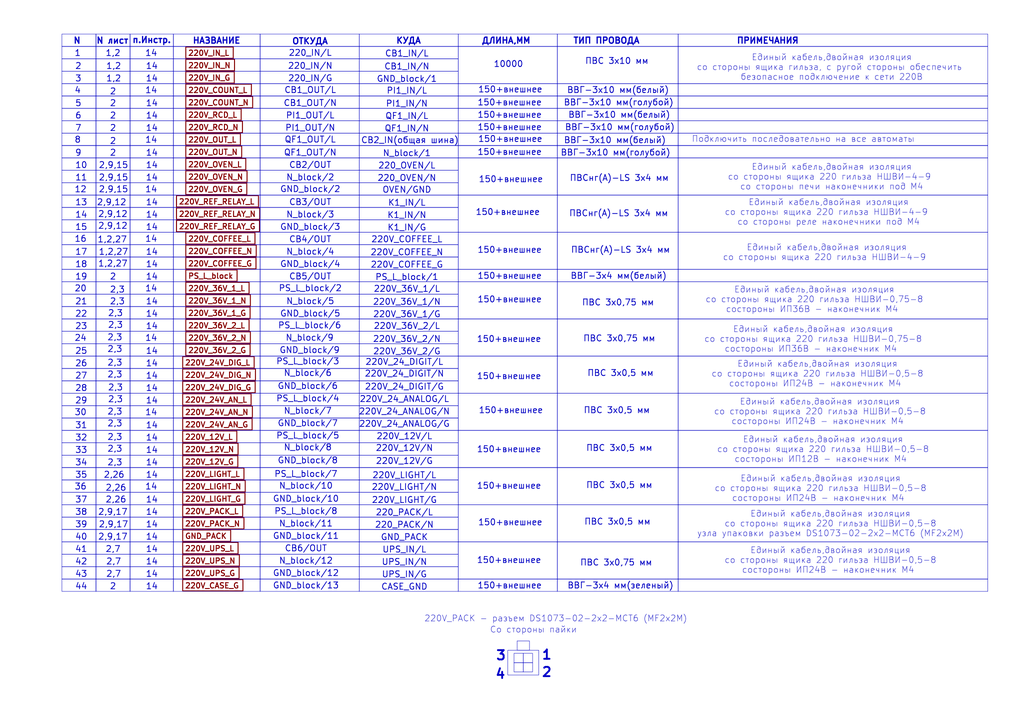
<source format=kicad_sch>
(kicad_sch
	(version 20250114)
	(generator "eeschema")
	(generator_version "9.0")
	(uuid "d98be014-975e-42c8-a917-f85fd0edb2ad")
	(paper "A3")
	(lib_symbols)
	(rectangle
		(start 228.6 110.49)
		(end 278.13 115.57)
		(stroke
			(width 0)
			(type default)
		)
		(fill
			(type none)
		)
		(uuid 001c5683-4739-43c8-bbfc-70628327edcd)
	)
	(rectangle
		(start 106.68 181.61)
		(end 147.32 186.69)
		(stroke
			(width 0)
			(type default)
		)
		(fill
			(type none)
		)
		(uuid 01765702-65e1-431b-8c95-7121c21f575e)
	)
	(rectangle
		(start 25.4 135.89)
		(end 39.37 140.97)
		(stroke
			(width 0)
			(type default)
		)
		(fill
			(type none)
		)
		(uuid 0204fbf2-db69-45a3-a0fa-bd5a0d1ca92c)
	)
	(rectangle
		(start 39.37 212.09)
		(end 53.34 217.17)
		(stroke
			(width 0)
			(type default)
		)
		(fill
			(type none)
		)
		(uuid 0318dc57-97d5-446d-adab-ffc6c20f1118)
	)
	(rectangle
		(start 147.32 39.37)
		(end 187.96 44.45)
		(stroke
			(width 0)
			(type default)
		)
		(fill
			(type none)
		)
		(uuid 0328f96b-234c-41dd-936a-f7b5b80ec3d7)
	)
	(rectangle
		(start 106.68 140.97)
		(end 147.32 146.05)
		(stroke
			(width 0)
			(type default)
		)
		(fill
			(type none)
		)
		(uuid 04169a18-70f9-4f9c-a6d5-6d28b4ef86e1)
	)
	(rectangle
		(start 53.34 44.45)
		(end 71.12 49.53)
		(stroke
			(width 0)
			(type default)
		)
		(fill
			(type none)
		)
		(uuid 041d4a9c-d836-4790-8cf7-f29290b28957)
	)
	(rectangle
		(start 39.37 186.69)
		(end 53.34 191.77)
		(stroke
			(width 0)
			(type default)
		)
		(fill
			(type none)
		)
		(uuid 0429dcd5-5067-4eb3-ab92-93fef25174f6)
	)
	(rectangle
		(start 39.37 140.97)
		(end 53.34 146.05)
		(stroke
			(width 0)
			(type default)
		)
		(fill
			(type none)
		)
		(uuid 0432cdbd-c74c-463c-b4e4-efd132acc372)
	)
	(rectangle
		(start 71.12 166.37)
		(end 106.68 171.45)
		(stroke
			(width 0)
			(type default)
		)
		(fill
			(type none)
		)
		(uuid 045676e5-71ca-4660-93de-6ef83162b743)
	)
	(rectangle
		(start 147.32 34.29)
		(end 187.96 39.37)
		(stroke
			(width 0)
			(type default)
		)
		(fill
			(type none)
		)
		(uuid 04d344b5-f94f-4126-9d65-c0aa344000a4)
	)
	(rectangle
		(start 147.32 232.41)
		(end 187.96 237.49)
		(stroke
			(width 0)
			(type default)
		)
		(fill
			(type none)
		)
		(uuid 05f15d53-0e9a-4753-8ffa-7dab7e1c9a4a)
	)
	(rectangle
		(start 106.68 39.37)
		(end 147.32 44.45)
		(stroke
			(width 0)
			(type default)
		)
		(fill
			(type none)
		)
		(uuid 0636e38b-2fe7-45b3-944f-4b1ab55fb2f4)
	)
	(rectangle
		(start 71.12 171.45)
		(end 106.68 176.53)
		(stroke
			(width 0)
			(type default)
		)
		(fill
			(type none)
		)
		(uuid 0691022f-b846-4ccc-852e-0927a982905c)
	)
	(rectangle
		(start 208.28 266.7)
		(end 220.98 276.86)
		(stroke
			(width 0)
			(type default)
		)
		(fill
			(type none)
		)
		(uuid 06c6442e-053c-477d-8ae1-06aa2fbe45b3)
	)
	(rectangle
		(start 39.37 49.53)
		(end 53.34 54.61)
		(stroke
			(width 0)
			(type default)
		)
		(fill
			(type none)
		)
		(uuid 071c9b11-4fe6-46e1-bdb5-83112657ebeb)
	)
	(rectangle
		(start 39.37 171.45)
		(end 53.34 176.53)
		(stroke
			(width 0)
			(type default)
		)
		(fill
			(type none)
		)
		(uuid 0827c36a-468b-43aa-ad81-562919458a4d)
	)
	(rectangle
		(start 106.68 24.13)
		(end 147.32 29.21)
		(stroke
			(width 0)
			(type default)
		)
		(fill
			(type none)
		)
		(uuid 08ff30f0-4918-42b4-9709-a35bae69dd55)
	)
	(rectangle
		(start 39.37 191.77)
		(end 53.34 196.85)
		(stroke
			(width 0)
			(type default)
		)
		(fill
			(type none)
		)
		(uuid 0900e7d8-95d7-49e5-8579-7d3309375fc3)
	)
	(rectangle
		(start 71.12 74.93)
		(end 106.68 80.01)
		(stroke
			(width 0)
			(type default)
		)
		(fill
			(type none)
		)
		(uuid 09608dea-7e8d-419d-a7ce-532d04414cad)
	)
	(rectangle
		(start 71.12 201.93)
		(end 106.68 207.01)
		(stroke
			(width 0)
			(type default)
		)
		(fill
			(type none)
		)
		(uuid 09a9a2e5-1e9d-4e27-9db0-1cf18519fdaf)
	)
	(rectangle
		(start 71.12 156.21)
		(end 106.68 161.29)
		(stroke
			(width 0)
			(type default)
		)
		(fill
			(type none)
		)
		(uuid 09ae6704-117a-433a-a57a-cd31196f9d8f)
	)
	(rectangle
		(start 39.37 232.41)
		(end 53.34 237.49)
		(stroke
			(width 0)
			(type default)
		)
		(fill
			(type none)
		)
		(uuid 09b7f923-2905-464b-992d-09b2a1e4da08)
	)
	(rectangle
		(start 39.37 146.05)
		(end 53.34 151.13)
		(stroke
			(width 0)
			(type default)
		)
		(fill
			(type none)
		)
		(uuid 09c076df-63ed-4494-892e-b5400508fd9d)
	)
	(rectangle
		(start 228.6 39.37)
		(end 278.13 44.45)
		(stroke
			(width 0)
			(type default)
		)
		(fill
			(type none)
		)
		(uuid 0aa259c8-4665-42d9-bc31-a85568b11fdc)
	)
	(rectangle
		(start 210.82 271.78)
		(end 214.63 275.59)
		(stroke
			(width 0)
			(type default)
		)
		(fill
			(type none)
		)
		(uuid 0afe2fa8-612d-4f97-8845-b8a681e87810)
	)
	(rectangle
		(start 71.12 237.49)
		(end 106.68 242.57)
		(stroke
			(width 0)
			(type default)
		)
		(fill
			(type none)
		)
		(uuid 0bb3ec1d-8804-48bb-8143-55fea704dff8)
	)
	(rectangle
		(start 25.4 212.09)
		(end 39.37 217.17)
		(stroke
			(width 0)
			(type default)
		)
		(fill
			(type none)
		)
		(uuid 0cb44e20-81dc-427b-beb1-c7002f9970c3)
	)
	(rectangle
		(start 39.37 181.61)
		(end 53.34 186.69)
		(stroke
			(width 0)
			(type default)
		)
		(fill
			(type none)
		)
		(uuid 0cbe4c36-2142-49e8-be48-56184ba1ca17)
	)
	(rectangle
		(start 53.34 105.41)
		(end 71.12 110.49)
		(stroke
			(width 0)
			(type default)
		)
		(fill
			(type none)
		)
		(uuid 0d849c91-332b-4b97-91f2-61d2121e9a28)
	)
	(rectangle
		(start 71.12 29.21)
		(end 106.68 34.29)
		(stroke
			(width 0)
			(type default)
		)
		(fill
			(type none)
		)
		(uuid 0e3083cb-9dfc-45ea-9bee-a88a676e0948)
	)
	(rectangle
		(start 228.6 13.97)
		(end 278.13 19.05)
		(stroke
			(width 0)
			(type default)
		)
		(fill
			(type none)
		)
		(uuid 0e42ef17-66bb-42ab-a6e1-d5d5daedc14d)
	)
	(rectangle
		(start 187.96 110.49)
		(end 228.6 115.57)
		(stroke
			(width 0)
			(type default)
		)
		(fill
			(type none)
		)
		(uuid 0f2564fd-13b6-44e3-b688-f88a6f7ebe89)
	)
	(rectangle
		(start 53.34 69.85)
		(end 71.12 74.93)
		(stroke
			(width 0)
			(type default)
		)
		(fill
			(type none)
		)
		(uuid 0f62ea28-623a-4054-80e1-53da079511cc)
	)
	(rectangle
		(start 106.68 186.69)
		(end 147.32 191.77)
		(stroke
			(width 0)
			(type default)
		)
		(fill
			(type none)
		)
		(uuid 0ff48cd7-f350-410c-b9fe-c69bbf687447)
	)
	(rectangle
		(start 25.4 125.73)
		(end 39.37 130.81)
		(stroke
			(width 0)
			(type default)
		)
		(fill
			(type none)
		)
		(uuid 112a183a-6d4b-4b7a-a96e-71ffb5d3d5c2)
	)
	(rectangle
		(start 106.68 49.53)
		(end 147.32 54.61)
		(stroke
			(width 0)
			(type default)
		)
		(fill
			(type none)
		)
		(uuid 115fbb34-0ed2-42d5-aee1-35d7fb604475)
	)
	(rectangle
		(start 25.4 74.93)
		(end 39.37 80.01)
		(stroke
			(width 0)
			(type default)
		)
		(fill
			(type none)
		)
		(uuid 12241919-d5e6-4147-8537-6c7ff3a00933)
	)
	(rectangle
		(start 147.32 29.21)
		(end 187.96 34.29)
		(stroke
			(width 0)
			(type default)
		)
		(fill
			(type none)
		)
		(uuid 12d57dd9-dd68-43fc-96ad-ea051f579043)
	)
	(rectangle
		(start 71.12 115.57)
		(end 106.68 120.65)
		(stroke
			(width 0)
			(type default)
		)
		(fill
			(type none)
		)
		(uuid 1301ba2b-4564-4bfd-92a9-73fe83109ad4)
	)
	(rectangle
		(start 53.34 110.49)
		(end 71.12 115.57)
		(stroke
			(width 0)
			(type default)
		)
		(fill
			(type none)
		)
		(uuid 1339dade-659e-425a-9691-0789d47340a4)
	)
	(rectangle
		(start 147.32 24.13)
		(end 187.96 29.21)
		(stroke
			(width 0)
			(type default)
		)
		(fill
			(type none)
		)
		(uuid 155fde02-40b6-42d2-ba98-5f1f63981630)
	)
	(rectangle
		(start 187.96 130.81)
		(end 228.6 146.05)
		(stroke
			(width 0)
			(type default)
		)
		(fill
			(type none)
		)
		(uuid 15ac5db8-ae50-4f56-bc08-658bf9d57432)
	)
	(rectangle
		(start 71.12 49.53)
		(end 106.68 54.61)
		(stroke
			(width 0)
			(type default)
		)
		(fill
			(type none)
		)
		(uuid 15c4c224-6c13-478e-9064-4368d2a72d5c)
	)
	(rectangle
		(start 147.32 222.25)
		(end 187.96 227.33)
		(stroke
			(width 0)
			(type default)
		)
		(fill
			(type none)
		)
		(uuid 1616cbb4-0073-4649-a65b-beef628bceb5)
	)
	(rectangle
		(start 228.6 207.01)
		(end 278.13 222.25)
		(stroke
			(width 0)
			(type default)
		)
		(fill
			(type none)
		)
		(uuid 16ecf669-c273-4961-b2a6-bd1971dc37bf)
	)
	(rectangle
		(start 228.6 222.25)
		(end 278.13 237.49)
		(stroke
			(width 0)
			(type default)
		)
		(fill
			(type none)
		)
		(uuid 17c1e9cc-ded1-4ff5-88ca-e30e52dd3d44)
	)
	(rectangle
		(start 71.12 227.33)
		(end 106.68 232.41)
		(stroke
			(width 0)
			(type default)
		)
		(fill
			(type none)
		)
		(uuid 181c340c-f8d0-4a77-bd5e-7f9edcf8c71f)
	)
	(rectangle
		(start 71.12 181.61)
		(end 106.68 186.69)
		(stroke
			(width 0)
			(type default)
		)
		(fill
			(type none)
		)
		(uuid 1835c1f3-b896-4959-bc42-80802ff658b5)
	)
	(rectangle
		(start 106.68 44.45)
		(end 147.32 49.53)
		(stroke
			(width 0)
			(type default)
		)
		(fill
			(type none)
		)
		(uuid 19651b6a-7bbd-4c7e-95b7-a71eda12394b)
	)
	(rectangle
		(start 25.4 140.97)
		(end 39.37 146.05)
		(stroke
			(width 0)
			(type default)
		)
		(fill
			(type none)
		)
		(uuid 196b1ddb-ddda-496d-9d1c-3b8fa2ce11e3)
	)
	(rectangle
		(start 187.96 237.49)
		(end 228.6 242.57)
		(stroke
			(width 0)
			(type default)
		)
		(fill
			(type none)
		)
		(uuid 1abcc3dd-3071-4f0b-9e82-4827431ecac5)
	)
	(rectangle
		(start 147.32 181.61)
		(end 187.96 186.69)
		(stroke
			(width 0)
			(type default)
		)
		(fill
			(type none)
		)
		(uuid 1b5bdc8f-8066-48a2-94d6-52ac72ba3224)
	)
	(rectangle
		(start 39.37 237.49)
		(end 53.34 242.57)
		(stroke
			(width 0)
			(type default)
		)
		(fill
			(type none)
		)
		(uuid 1c7c944b-e633-48e8-b556-eb212f29a188)
	)
	(rectangle
		(start 147.32 100.33)
		(end 187.96 105.41)
		(stroke
			(width 0)
			(type default)
		)
		(fill
			(type none)
		)
		(uuid 1d638df4-ec03-40ee-854a-30557b8757fd)
	)
	(rectangle
		(start 71.12 39.37)
		(end 106.68 44.45)
		(stroke
			(width 0)
			(type default)
		)
		(fill
			(type none)
		)
		(uuid 1ebdd140-2a14-4ca6-8dd4-d7e4daf2ab4e)
	)
	(rectangle
		(start 147.32 161.29)
		(end 187.96 166.37)
		(stroke
			(width 0)
			(type default)
		)
		(fill
			(type none)
		)
		(uuid 1f16f654-667d-42f0-bba3-fa94c94bf937)
	)
	(rectangle
		(start 71.12 176.53)
		(end 106.68 181.61)
		(stroke
			(width 0)
			(type default)
		)
		(fill
			(type none)
		)
		(uuid 1f28c788-c0fd-487d-845d-544791f9986a)
	)
	(rectangle
		(start 25.4 80.01)
		(end 39.37 85.09)
		(stroke
			(width 0)
			(type default)
		)
		(fill
			(type none)
		)
		(uuid 20ab57e7-9e49-486e-98b4-eda84e70ac72)
	)
	(rectangle
		(start 39.37 120.65)
		(end 53.34 125.73)
		(stroke
			(width 0)
			(type default)
		)
		(fill
			(type none)
		)
		(uuid 23936df6-778f-4dda-86cd-5df46c21134c)
	)
	(rectangle
		(start 53.34 237.49)
		(end 71.12 242.57)
		(stroke
			(width 0)
			(type default)
		)
		(fill
			(type none)
		)
		(uuid 239a8b35-9d3c-4c45-8759-91690592e26f)
	)
	(rectangle
		(start 228.6 49.53)
		(end 278.13 54.61)
		(stroke
			(width 0)
			(type default)
		)
		(fill
			(type none)
		)
		(uuid 248ff7f0-f564-4b78-b558-677fa84be1b9)
	)
	(rectangle
		(start 106.68 29.21)
		(end 147.32 34.29)
		(stroke
			(width 0)
			(type default)
		)
		(fill
			(type none)
		)
		(uuid 24a9e363-b4ac-4d47-826d-df0aea0f5244)
	)
	(rectangle
		(start 25.4 34.29)
		(end 39.37 39.37)
		(stroke
			(width 0)
			(type default)
		)
		(fill
			(type none)
		)
		(uuid 25616509-0922-401b-b5bb-9111455bfc60)
	)
	(rectangle
		(start 39.37 196.85)
		(end 53.34 201.93)
		(stroke
			(width 0)
			(type default)
		)
		(fill
			(type none)
		)
		(uuid 258dc1a1-f4dd-4eeb-a9b3-ac109bd3bf55)
	)
	(rectangle
		(start 187.96 95.25)
		(end 228.6 110.49)
		(stroke
			(width 0)
			(type default)
		)
		(fill
			(type none)
		)
		(uuid 2629d980-a319-49f3-b14d-c6980494e9c3)
	)
	(rectangle
		(start 53.34 80.01)
		(end 71.12 85.09)
		(stroke
			(width 0)
			(type default)
		)
		(fill
			(type none)
		)
		(uuid 273c120c-6674-45d8-a1ce-759cce1eeeef)
	)
	(rectangle
		(start 106.68 69.85)
		(end 147.32 74.93)
		(stroke
			(width 0)
			(type default)
		)
		(fill
			(type none)
		)
		(uuid 28874194-28b9-410f-966c-750323b3b575)
	)
	(rectangle
		(start 39.37 13.97)
		(end 53.34 19.05)
		(stroke
			(width 0)
			(type default)
		)
		(fill
			(type none)
		)
		(uuid 296e30de-e76e-454a-a8cf-7c09f6582744)
	)
	(rectangle
		(start 212.09 262.89)
		(end 217.17 266.7)
		(stroke
			(width 0)
			(type default)
		)
		(fill
			(type none)
		)
		(uuid 29ca6228-39b7-4651-9c9a-ca6d5f933101)
	)
	(rectangle
		(start 147.32 13.97)
		(end 187.96 19.05)
		(stroke
			(width 0)
			(type default)
		)
		(fill
			(type none)
		)
		(uuid 29e9a900-4a11-4845-80f9-bb5ec664334f)
	)
	(rectangle
		(start 147.32 201.93)
		(end 187.96 207.01)
		(stroke
			(width 0)
			(type default)
		)
		(fill
			(type none)
		)
		(uuid 2a0a19b1-782f-465a-aac1-af2721ac0aee)
	)
	(rectangle
		(start 39.37 156.21)
		(end 53.34 161.29)
		(stroke
			(width 0)
			(type default)
		)
		(fill
			(type none)
		)
		(uuid 2a327f6f-7554-475e-8d32-3bb6dbba0685)
	)
	(rectangle
		(start 39.37 39.37)
		(end 53.34 44.45)
		(stroke
			(width 0)
			(type default)
		)
		(fill
			(type none)
		)
		(uuid 2aec2844-0174-40ad-80ff-cdaaa55205ec)
	)
	(rectangle
		(start 53.34 156.21)
		(end 71.12 161.29)
		(stroke
			(width 0)
			(type default)
		)
		(fill
			(type none)
		)
		(uuid 2af00c50-b933-4665-a84d-813c7af953ad)
	)
	(rectangle
		(start 228.6 19.05)
		(end 278.13 34.29)
		(stroke
			(width 0)
			(type default)
		)
		(fill
			(type none)
		)
		(uuid 2b52096f-5e78-4002-8472-9bc22d07497c)
	)
	(rectangle
		(start 39.37 95.25)
		(end 53.34 100.33)
		(stroke
			(width 0)
			(type default)
		)
		(fill
			(type none)
		)
		(uuid 2c0e55de-dd7b-4678-a55a-0e9163b68c80)
	)
	(rectangle
		(start 147.32 237.49)
		(end 187.96 242.57)
		(stroke
			(width 0)
			(type default)
		)
		(fill
			(type none)
		)
		(uuid 2c298d5d-17e2-47f5-82c3-190812154453)
	)
	(rectangle
		(start 53.34 34.29)
		(end 71.12 39.37)
		(stroke
			(width 0)
			(type default)
		)
		(fill
			(type none)
		)
		(uuid 2c99b2d6-2912-4777-b6a3-ce3839038876)
	)
	(rectangle
		(start 187.96 222.25)
		(end 228.6 237.49)
		(stroke
			(width 0)
			(type default)
		)
		(fill
			(type none)
		)
		(uuid 2dd39a82-20cb-4c22-9603-7002c79f8997)
	)
	(rectangle
		(start 53.34 135.89)
		(end 71.12 140.97)
		(stroke
			(width 0)
			(type default)
		)
		(fill
			(type none)
		)
		(uuid 2df4bec4-4e7d-4d0a-8d7c-191218966d94)
	)
	(rectangle
		(start 39.37 64.77)
		(end 53.34 69.85)
		(stroke
			(width 0)
			(type default)
		)
		(fill
			(type none)
		)
		(uuid 2f989ced-2bb9-4e08-bd83-37bcb41a1c9f)
	)
	(rectangle
		(start 278.13 44.45)
		(end 405.13 49.53)
		(stroke
			(width 0)
			(type default)
		)
		(fill
			(type none)
		)
		(uuid 3062f0f3-7626-4fde-ae4b-58839bd7e0ee)
	)
	(rectangle
		(start 106.68 125.73)
		(end 147.32 130.81)
		(stroke
			(width 0)
			(type default)
		)
		(fill
			(type none)
		)
		(uuid 33a46865-274b-4c49-aad5-6f680c4305a1)
	)
	(rectangle
		(start 53.34 59.69)
		(end 71.12 64.77)
		(stroke
			(width 0)
			(type default)
		)
		(fill
			(type none)
		)
		(uuid 359b695c-2017-4b48-b478-39a5ad1ecbf4)
	)
	(rectangle
		(start 147.32 49.53)
		(end 187.96 54.61)
		(stroke
			(width 0)
			(type default)
		)
		(fill
			(type none)
		)
		(uuid 3726ce16-b998-40f4-8f00-46b46b6e8f97)
	)
	(rectangle
		(start 53.34 222.25)
		(end 71.12 227.33)
		(stroke
			(width 0)
			(type default)
		)
		(fill
			(type none)
		)
		(uuid 39409a71-1832-4b21-9009-1c090f1bac10)
	)
	(rectangle
		(start 147.32 227.33)
		(end 187.96 232.41)
		(stroke
			(width 0)
			(type default)
		)
		(fill
			(type none)
		)
		(uuid 3a8e91d7-8d22-45c4-aeaf-ab9c23dbf2d6)
	)
	(rectangle
		(start 53.34 217.17)
		(end 71.12 222.25)
		(stroke
			(width 0)
			(type default)
		)
		(fill
			(type none)
		)
		(uuid 3d3d2745-0446-4fee-b442-b61a664309a2)
	)
	(rectangle
		(start 25.4 237.49)
		(end 39.37 242.57)
		(stroke
			(width 0)
			(type default)
		)
		(fill
			(type none)
		)
		(uuid 3d6ebda8-9a51-4105-a500-1b35917d1fcf)
	)
	(rectangle
		(start 147.32 85.09)
		(end 187.96 90.17)
		(stroke
			(width 0)
			(type default)
		)
		(fill
			(type none)
		)
		(uuid 3d7d2d2f-c4af-460e-8601-1452fe2f2bf4)
	)
	(rectangle
		(start 39.37 217.17)
		(end 53.34 222.25)
		(stroke
			(width 0)
			(type default)
		)
		(fill
			(type none)
		)
		(uuid 3ee17a2b-7264-47ba-b1cb-11f62aef4f9a)
	)
	(rectangle
		(start 39.37 54.61)
		(end 53.34 59.69)
		(stroke
			(width 0)
			(type default)
		)
		(fill
			(type none)
		)
		(uuid 3ee9122e-8966-4bbd-adf4-26118d6f083a)
	)
	(rectangle
		(start 71.12 217.17)
		(end 106.68 222.25)
		(stroke
			(width 0)
			(type default)
		)
		(fill
			(type none)
		)
		(uuid 3f847375-50b8-4f87-a5af-6070f82d0b38)
	)
	(rectangle
		(start 25.4 13.97)
		(end 39.37 19.05)
		(stroke
			(width 0)
			(type default)
		)
		(fill
			(type none)
		)
		(uuid 405eb080-b1e3-42aa-af76-d9e951ec79f6)
	)
	(rectangle
		(start 39.37 74.93)
		(end 53.34 80.01)
		(stroke
			(width 0)
			(type default)
		)
		(fill
			(type none)
		)
		(uuid 4068b3dc-c921-4639-a488-81d3597d2d92)
	)
	(rectangle
		(start 53.34 95.25)
		(end 71.12 100.33)
		(stroke
			(width 0)
			(type default)
		)
		(fill
			(type none)
		)
		(uuid 418a110f-9c9a-4bd4-bd05-2a49aa16bd7d)
	)
	(rectangle
		(start 25.4 24.13)
		(end 39.37 29.21)
		(stroke
			(width 0)
			(type default)
		)
		(fill
			(type none)
		)
		(uuid 42be6945-8e72-4adf-b637-8a54edeaa0a0)
	)
	(rectangle
		(start 106.68 54.61)
		(end 147.32 59.69)
		(stroke
			(width 0)
			(type default)
		)
		(fill
			(type none)
		)
		(uuid 438cf539-e698-49c6-a227-d80eaff875a2)
	)
	(rectangle
		(start 39.37 90.17)
		(end 53.34 95.25)
		(stroke
			(width 0)
			(type default)
		)
		(fill
			(type none)
		)
		(uuid 43b0f4cc-8a00-4d5a-a7d1-b1ee03f2dd5c)
	)
	(rectangle
		(start 147.32 146.05)
		(end 187.96 151.13)
		(stroke
			(width 0)
			(type default)
		)
		(fill
			(type none)
		)
		(uuid 45c98112-2b04-4ad4-9d71-19e91adcae64)
	)
	(rectangle
		(start 71.12 135.89)
		(end 106.68 140.97)
		(stroke
			(width 0)
			(type default)
		)
		(fill
			(type none)
		)
		(uuid 47c097e3-0d98-45b3-a328-a097305e5ff5)
	)
	(rectangle
		(start 53.34 29.21)
		(end 71.12 34.29)
		(stroke
			(width 0)
			(type default)
		)
		(fill
			(type none)
		)
		(uuid 49043ae5-99c0-495d-ac02-7dec1143633f)
	)
	(rectangle
		(start 25.4 130.81)
		(end 39.37 135.89)
		(stroke
			(width 0)
			(type default)
		)
		(fill
			(type none)
		)
		(uuid 4985e58f-625c-4fec-aadf-fa6137cac115)
	)
	(rectangle
		(start 53.34 100.33)
		(end 71.12 105.41)
		(stroke
			(width 0)
			(type default)
		)
		(fill
			(type none)
		)
		(uuid 49a6829e-78d8-40b9-8570-d8f0e6aa95be)
	)
	(rectangle
		(start 25.4 176.53)
		(end 39.37 181.61)
		(stroke
			(width 0)
			(type default)
		)
		(fill
			(type none)
		)
		(uuid 4aadda11-c34a-4c3b-921a-36844e0ca615)
	)
	(rectangle
		(start 278.13 80.01)
		(end 405.13 95.25)
		(stroke
			(width 0)
			(type default)
		)
		(fill
			(type none)
		)
		(uuid 4b2311dc-8331-432e-9c35-4f1f497596ba)
	)
	(rectangle
		(start 228.6 237.49)
		(end 278.13 242.57)
		(stroke
			(width 0)
			(type default)
		)
		(fill
			(type none)
		)
		(uuid 4baed87d-7b1f-4005-89a4-8a60bd61dc65)
	)
	(rectangle
		(start 39.37 207.01)
		(end 53.34 212.09)
		(stroke
			(width 0)
			(type default)
		)
		(fill
			(type none)
		)
		(uuid 4c1dd26f-1b30-4c01-911a-b592d6a32cac)
	)
	(rectangle
		(start 106.68 201.93)
		(end 147.32 207.01)
		(stroke
			(width 0)
			(type default)
		)
		(fill
			(type none)
		)
		(uuid 4c37d060-67b7-4fd6-b422-21f735f12b24)
	)
	(rectangle
		(start 106.68 110.49)
		(end 147.32 115.57)
		(stroke
			(width 0)
			(type default)
		)
		(fill
			(type none)
		)
		(uuid 4d920ee1-5f0a-4bb1-9c8c-bce5d82a8b5c)
	)
	(rectangle
		(start 71.12 191.77)
		(end 106.68 196.85)
		(stroke
			(width 0)
			(type default)
		)
		(fill
			(type none)
		)
		(uuid 4e767302-9c27-4a7d-aa3a-c71459a36f97)
	)
	(rectangle
		(start 278.13 161.29)
		(end 405.13 176.53)
		(stroke
			(width 0)
			(type default)
		)
		(fill
			(type none)
		)
		(uuid 4e8a2662-13c8-4037-b37d-bf373c00a61d)
	)
	(rectangle
		(start 278.13 49.53)
		(end 405.13 54.61)
		(stroke
			(width 0)
			(type default)
		)
		(fill
			(type none)
		)
		(uuid 5023cb2b-e630-43b5-b764-7207e0a1b549)
	)
	(rectangle
		(start 278.13 13.97)
		(end 405.13 19.05)
		(stroke
			(width 0)
			(type default)
		)
		(fill
			(type none)
		)
		(uuid 5077dfc6-b139-4b3e-ac72-6ed5c4c808be)
	)
	(rectangle
		(start 71.12 85.09)
		(end 106.68 90.17)
		(stroke
			(width 0)
			(type default)
		)
		(fill
			(type none)
		)
		(uuid 5268b902-e699-40d8-9871-936f9757033d)
	)
	(rectangle
		(start 71.12 100.33)
		(end 106.68 105.41)
		(stroke
			(width 0)
			(type default)
		)
		(fill
			(type none)
		)
		(uuid 55644e36-34dc-4083-850e-23264079cb12)
	)
	(rectangle
		(start 106.68 156.21)
		(end 147.32 161.29)
		(stroke
			(width 0)
			(type default)
		)
		(fill
			(type none)
		)
		(uuid 56bec0c8-9bb9-4406-b68e-2c9b303ec664)
	)
	(rectangle
		(start 25.4 110.49)
		(end 39.37 115.57)
		(stroke
			(width 0)
			(type default)
		)
		(fill
			(type none)
		)
		(uuid 5782ed46-6fe1-407d-9998-ffedf83e6165)
	)
	(rectangle
		(start 228.6 54.61)
		(end 278.13 59.69)
		(stroke
			(width 0)
			(type default)
		)
		(fill
			(type none)
		)
		(uuid 57f6211d-3f88-450a-b8b2-a6e7bc7cc83d)
	)
	(rectangle
		(start 106.68 105.41)
		(end 147.32 110.49)
		(stroke
			(width 0)
			(type default)
		)
		(fill
			(type none)
		)
		(uuid 586bae34-8f3d-4656-98a4-c789bb28f699)
	)
	(rectangle
		(start 106.68 217.17)
		(end 147.32 222.25)
		(stroke
			(width 0)
			(type default)
		)
		(fill
			(type none)
		)
		(uuid 59b4da0b-3422-47cd-a509-cee3922908f5)
	)
	(rectangle
		(start 39.37 24.13)
		(end 53.34 29.21)
		(stroke
			(width 0)
			(type default)
		)
		(fill
			(type none)
		)
		(uuid 5a28a234-44e9-4b23-ab97-91edf2581184)
	)
	(rectangle
		(start 39.37 34.29)
		(end 53.34 39.37)
		(stroke
			(width 0)
			(type default)
		)
		(fill
			(type none)
		)
		(uuid 5a678f48-b238-4dcc-a75d-32f18296a929)
	)
	(rectangle
		(start 71.12 64.77)
		(end 106.68 69.85)
		(stroke
			(width 0)
			(type default)
		)
		(fill
			(type none)
		)
		(uuid 5bbdff26-be5d-48f5-a8fe-88d032c049d1)
	)
	(rectangle
		(start 147.32 80.01)
		(end 187.96 85.09)
		(stroke
			(width 0)
			(type default)
		)
		(fill
			(type none)
		)
		(uuid 5c949f94-6eb5-4f18-b941-1b79f96f56dc)
	)
	(rectangle
		(start 187.96 115.57)
		(end 228.6 130.81)
		(stroke
			(width 0)
			(type default)
		)
		(fill
			(type none)
		)
		(uuid 5eb47c6e-4617-4556-8d1d-4accb66c5929)
	)
	(rectangle
		(start 187.96 54.61)
		(end 228.6 59.69)
		(stroke
			(width 0)
			(type default)
		)
		(fill
			(type none)
		)
		(uuid 5fc9a00b-f924-4f9f-ac92-2404a740cf78)
	)
	(rectangle
		(start 25.4 156.21)
		(end 39.37 161.29)
		(stroke
			(width 0)
			(type default)
		)
		(fill
			(type none)
		)
		(uuid 60962a21-5904-41f1-a9c8-2e7cc63dba76)
	)
	(rectangle
		(start 71.12 120.65)
		(end 106.68 125.73)
		(stroke
			(width 0)
			(type default)
		)
		(fill
			(type none)
		)
		(uuid 622c7811-0570-46ad-b724-3260e7c1f9ee)
	)
	(rectangle
		(start 147.32 135.89)
		(end 187.96 140.97)
		(stroke
			(width 0)
			(type default)
		)
		(fill
			(type none)
		)
		(uuid 62b4970f-edc4-4691-99ca-d683ee7145c0)
	)
	(rectangle
		(start 39.37 69.85)
		(end 53.34 74.93)
		(stroke
			(width 0)
			(type default)
		)
		(fill
			(type none)
		)
		(uuid 6391c041-b041-46cd-812e-8590ac1af880)
	)
	(rectangle
		(start 25.4 39.37)
		(end 39.37 44.45)
		(stroke
			(width 0)
			(type default)
		)
		(fill
			(type none)
		)
		(uuid 647258a7-70e2-40aa-b3ce-e2a6b8a5474a)
	)
	(rectangle
		(start 228.6 161.29)
		(end 278.13 176.53)
		(stroke
			(width 0)
			(type default)
		)
		(fill
			(type none)
		)
		(uuid 64bcd10a-a10b-40f6-a626-2b5cafe4ef06)
	)
	(rectangle
		(start 39.37 80.01)
		(end 53.34 85.09)
		(stroke
			(width 0)
			(type default)
		)
		(fill
			(type none)
		)
		(uuid 65f09f1f-d663-43a2-981b-376ad6dfd22a)
	)
	(rectangle
		(start 25.4 100.33)
		(end 39.37 105.41)
		(stroke
			(width 0)
			(type default)
		)
		(fill
			(type none)
		)
		(uuid 66062706-de6c-47e3-80c4-bffd0fae25d1)
	)
	(rectangle
		(start 25.4 222.25)
		(end 39.37 227.33)
		(stroke
			(width 0)
			(type default)
		)
		(fill
			(type none)
		)
		(uuid 66449cc4-0d98-4860-8ea2-f5007a5b85dc)
	)
	(rectangle
		(start 187.96 80.01)
		(end 228.6 95.25)
		(stroke
			(width 0)
			(type default)
		)
		(fill
			(type none)
		)
		(uuid 66e86c61-909a-4df8-9e69-2c40683be954)
	)
	(rectangle
		(start 187.96 59.69)
		(end 228.6 64.77)
		(stroke
			(width 0)
			(type default)
		)
		(fill
			(type none)
		)
		(uuid 66f30740-c2f2-4073-91f3-3b5266a1e944)
	)
	(rectangle
		(start 25.4 29.21)
		(end 39.37 34.29)
		(stroke
			(width 0)
			(type default)
		)
		(fill
			(type none)
		)
		(uuid 6934f8b8-29da-4866-a85f-e7bb77657e22)
	)
	(rectangle
		(start 147.32 130.81)
		(end 187.96 135.89)
		(stroke
			(width 0)
			(type default)
		)
		(fill
			(type none)
		)
		(uuid 69bc7326-18bc-48ee-9c88-9bdf0c382f09)
	)
	(rectangle
		(start 71.12 19.05)
		(end 106.68 24.13)
		(stroke
			(width 0)
			(type default)
		)
		(fill
			(type none)
		)
		(uuid 6a36fc5b-1213-49fb-a621-effbf6ac6292)
	)
	(rectangle
		(start 278.13 207.01)
		(end 405.13 222.25)
		(stroke
			(width 0)
			(type default)
		)
		(fill
			(type none)
		)
		(uuid 6a6d8737-0c45-4013-910a-978336bc4563)
	)
	(rectangle
		(start 228.6 59.69)
		(end 278.13 64.77)
		(stroke
			(width 0)
			(type default)
		)
		(fill
			(type none)
		)
		(uuid 6bf583ea-b8e2-44aa-a7ab-56f99e012fde)
	)
	(rectangle
		(start 25.4 201.93)
		(end 39.37 207.01)
		(stroke
			(width 0)
			(type default)
		)
		(fill
			(type none)
		)
		(uuid 6c062d38-e8b7-4443-a1b5-d487cb66f047)
	)
	(rectangle
		(start 278.13 146.05)
		(end 405.13 161.29)
		(stroke
			(width 0)
			(type default)
		)
		(fill
			(type none)
		)
		(uuid 6c52ff7a-e629-4271-8386-fb7c66ab6bb9)
	)
	(rectangle
		(start 106.68 191.77)
		(end 147.32 196.85)
		(stroke
			(width 0)
			(type default)
		)
		(fill
			(type none)
		)
		(uuid 6cb38fe4-3721-4376-829e-7dc929f1de8c)
	)
	(rectangle
		(start 228.6 176.53)
		(end 278.13 191.77)
		(stroke
			(width 0)
			(type default)
		)
		(fill
			(type none)
		)
		(uuid 6d84a54f-16d6-41d4-9b27-5aa51eac48fe)
	)
	(rectangle
		(start 53.34 140.97)
		(end 71.12 146.05)
		(stroke
			(width 0)
			(type default)
		)
		(fill
			(type none)
		)
		(uuid 6e898744-41a2-4c68-b63b-e2226bcbe89c)
	)
	(rectangle
		(start 187.96 64.77)
		(end 228.6 80.01)
		(stroke
			(width 0)
			(type default)
		)
		(fill
			(type none)
		)
		(uuid 6fdc824a-4465-4902-b9fa-638574ec0d5a)
	)
	(rectangle
		(start 106.68 13.97)
		(end 147.32 19.05)
		(stroke
			(width 0)
			(type default)
		)
		(fill
			(type none)
		)
		(uuid 706df8f4-d9f7-43fa-971a-198b24f0643f)
	)
	(rectangle
		(start 39.37 166.37)
		(end 53.34 171.45)
		(stroke
			(width 0)
			(type default)
		)
		(fill
			(type none)
		)
		(uuid 72892a9e-9003-48e8-a795-4f1e5b9ad440)
	)
	(rectangle
		(start 25.4 196.85)
		(end 39.37 201.93)
		(stroke
			(width 0)
			(type default)
		)
		(fill
			(type none)
		)
		(uuid 7626da7b-d8a7-48c1-a078-28e2c499020a)
	)
	(rectangle
		(start 53.34 151.13)
		(end 71.12 156.21)
		(stroke
			(width 0)
			(type default)
		)
		(fill
			(type none)
		)
		(uuid 76d897df-7fca-4e3d-acf1-c1b48e1e6980)
	)
	(rectangle
		(start 53.34 176.53)
		(end 71.12 181.61)
		(stroke
			(width 0)
			(type default)
		)
		(fill
			(type none)
		)
		(uuid 77481e33-50fa-4af9-8fe4-fc85f8a9e7de)
	)
	(rectangle
		(start 53.34 146.05)
		(end 71.12 151.13)
		(stroke
			(width 0)
			(type default)
		)
		(fill
			(type none)
		)
		(uuid 7796ea89-aa7d-41bf-a869-2e75f6249755)
	)
	(rectangle
		(start 106.68 135.89)
		(end 147.32 140.97)
		(stroke
			(width 0)
			(type default)
		)
		(fill
			(type none)
		)
		(uuid 7884077a-0d21-41fd-815d-3a345f6c17a7)
	)
	(rectangle
		(start 187.96 19.05)
		(end 228.6 34.29)
		(stroke
			(width 0)
			(type default)
		)
		(fill
			(type none)
		)
		(uuid 7a0340a2-de64-427c-b842-4cbb4a6fd4f9)
	)
	(rectangle
		(start 278.13 222.25)
		(end 405.13 237.49)
		(stroke
			(width 0)
			(type default)
		)
		(fill
			(type none)
		)
		(uuid 7a8e9260-00cb-4843-9161-0337fe34d067)
	)
	(rectangle
		(start 106.68 130.81)
		(end 147.32 135.89)
		(stroke
			(width 0)
			(type default)
		)
		(fill
			(type none)
		)
		(uuid 7ae005a4-c14f-4902-a069-c9ce4b45462d)
	)
	(rectangle
		(start 71.12 24.13)
		(end 106.68 29.21)
		(stroke
			(width 0)
			(type default)
		)
		(fill
			(type none)
		)
		(uuid 7af5d6de-2c50-48d3-9f77-2df77337a1dc)
	)
	(rectangle
		(start 25.4 59.69)
		(end 39.37 64.77)
		(stroke
			(width 0)
			(type default)
		)
		(fill
			(type none)
		)
		(uuid 7ce19b54-4d45-4c73-9be7-f4738bd751e3)
	)
	(rectangle
		(start 147.32 140.97)
		(end 187.96 146.05)
		(stroke
			(width 0)
			(type default)
		)
		(fill
			(type none)
		)
		(uuid 7d5f321e-684e-4c11-9e4c-0b4fd04a66ff)
	)
	(rectangle
		(start 71.12 196.85)
		(end 106.68 201.93)
		(stroke
			(width 0)
			(type default)
		)
		(fill
			(type none)
		)
		(uuid 7d88d485-423e-4ae7-870c-b047aec02e0b)
	)
	(rectangle
		(start 147.32 120.65)
		(end 187.96 125.73)
		(stroke
			(width 0)
			(type default)
		)
		(fill
			(type none)
		)
		(uuid 7e1211cd-ac69-44df-a6ed-1305b659e2c5)
	)
	(rectangle
		(start 71.12 186.69)
		(end 106.68 191.77)
		(stroke
			(width 0)
			(type default)
		)
		(fill
			(type none)
		)
		(uuid 7e3d8dea-bfa4-4d4d-8c5b-6de59086f837)
	)
	(rectangle
		(start 25.4 191.77)
		(end 39.37 196.85)
		(stroke
			(width 0)
			(type default)
		)
		(fill
			(type none)
		)
		(uuid 7fb62590-e174-4b98-9788-6bb14e602630)
	)
	(rectangle
		(start 39.37 130.81)
		(end 53.34 135.89)
		(stroke
			(width 0)
			(type default)
		)
		(fill
			(type none)
		)
		(uuid 7fcd4266-fe6a-459f-b5fc-08da198d81a2)
	)
	(rectangle
		(start 39.37 59.69)
		(end 53.34 64.77)
		(stroke
			(width 0)
			(type default)
		)
		(fill
			(type none)
		)
		(uuid 7fe862d7-eb73-4405-a193-3222b0087111)
	)
	(rectangle
		(start 278.13 237.49)
		(end 405.13 242.57)
		(stroke
			(width 0)
			(type default)
		)
		(fill
			(type none)
		)
		(uuid 806f461b-cc76-400f-a494-a3c4393b5a7f)
	)
	(rectangle
		(start 53.34 39.37)
		(end 71.12 44.45)
		(stroke
			(width 0)
			(type default)
		)
		(fill
			(type none)
		)
		(uuid 80f1c02e-62fb-49b1-9b79-13e9e7ad8337)
	)
	(rectangle
		(start 71.12 80.01)
		(end 106.68 85.09)
		(stroke
			(width 0)
			(type default)
		)
		(fill
			(type none)
		)
		(uuid 8168d8e7-8b07-461f-a791-47aa4c5914cf)
	)
	(rectangle
		(start 39.37 44.45)
		(end 53.34 49.53)
		(stroke
			(width 0)
			(type default)
		)
		(fill
			(type none)
		)
		(uuid 82d4f1a2-118b-41df-976c-51d725c25fcc)
	)
	(rectangle
		(start 278.13 191.77)
		(end 405.13 207.01)
		(stroke
			(width 0)
			(type default)
		)
		(fill
			(type none)
		)
		(uuid 834d8767-ff45-41e1-b024-81c654e2cd43)
	)
	(rectangle
		(start 39.37 161.29)
		(end 53.34 166.37)
		(stroke
			(width 0)
			(type default)
		)
		(fill
			(type none)
		)
		(uuid 84909bdf-b8d8-4b26-b2fc-4a1be5d0b104)
	)
	(rectangle
		(start 53.34 64.77)
		(end 71.12 69.85)
		(stroke
			(width 0)
			(type default)
		)
		(fill
			(type none)
		)
		(uuid 84c9b223-cd09-494a-a259-2095b2a7fc97)
	)
	(rectangle
		(start 228.6 146.05)
		(end 278.13 161.29)
		(stroke
			(width 0)
			(type default)
		)
		(fill
			(type none)
		)
		(uuid 84e45e86-91e1-47fc-b8ae-e9fadca24f69)
	)
	(rectangle
		(start 278.13 19.05)
		(end 405.13 34.29)
		(stroke
			(width 0)
			(type default)
		)
		(fill
			(type none)
		)
		(uuid 853a163e-6318-49c6-a31c-2c985843d840)
	)
	(rectangle
		(start 53.34 166.37)
		(end 71.12 171.45)
		(stroke
			(width 0)
			(type default)
		)
		(fill
			(type none)
		)
		(uuid 8545db63-969f-4789-957c-712c08d0e23a)
	)
	(rectangle
		(start 147.32 176.53)
		(end 187.96 181.61)
		(stroke
			(width 0)
			(type default)
		)
		(fill
			(type none)
		)
		(uuid 85a0c5e4-e1b0-4ba9-ba83-026d3697cefd)
	)
	(rectangle
		(start 147.32 54.61)
		(end 187.96 59.69)
		(stroke
			(width 0)
			(type default)
		)
		(fill
			(type none)
		)
		(uuid 85ac616a-d537-46ab-a27e-8a0afca34854)
	)
	(rectangle
		(start 147.32 59.69)
		(end 187.96 64.77)
		(stroke
			(width 0)
			(type default)
		)
		(fill
			(type none)
		)
		(uuid 85d6a01f-dcf3-4646-8b01-f8f9d31a48ac)
	)
	(rectangle
		(start 106.68 59.69)
		(end 147.32 64.77)
		(stroke
			(width 0)
			(type default)
		)
		(fill
			(type none)
		)
		(uuid 86156a4a-91e6-4b74-b3e2-898b7dca9152)
	)
	(rectangle
		(start 25.4 161.29)
		(end 39.37 166.37)
		(stroke
			(width 0)
			(type default)
		)
		(fill
			(type none)
		)
		(uuid 86ac1cef-f2a4-478f-b571-50fce698cc0e)
	)
	(rectangle
		(start 228.6 191.77)
		(end 278.13 207.01)
		(stroke
			(width 0)
			(type default)
		)
		(fill
			(type none)
		)
		(uuid 8714b7ba-e0ae-4c95-bd87-1982696a934d)
	)
	(rectangle
		(start 147.32 95.25)
		(end 187.96 100.33)
		(stroke
			(width 0)
			(type default)
		)
		(fill
			(type none)
		)
		(uuid 883b31e1-fd9e-4251-a05b-f734d34c123a)
	)
	(rectangle
		(start 71.12 222.25)
		(end 106.68 227.33)
		(stroke
			(width 0)
			(type default)
		)
		(fill
			(type none)
		)
		(uuid 888893ec-631d-44ba-979b-e022e65460fe)
	)
	(rectangle
		(start 25.4 171.45)
		(end 39.37 176.53)
		(stroke
			(width 0)
			(type default)
		)
		(fill
			(type none)
		)
		(uuid 89186639-7521-4543-ac10-8a4f14a87d6b)
	)
	(rectangle
		(start 106.68 115.57)
		(end 147.32 120.65)
		(stroke
			(width 0)
			(type default)
		)
		(fill
			(type none)
		)
		(uuid 8ac37db1-be8f-47fb-8e01-97190489a126)
	)
	(rectangle
		(start 147.32 90.17)
		(end 187.96 95.25)
		(stroke
			(width 0)
			(type default)
		)
		(fill
			(type none)
		)
		(uuid 8aeed7ca-1b9e-4cac-85fb-e148dd36831d)
	)
	(rectangle
		(start 187.96 49.53)
		(end 228.6 54.61)
		(stroke
			(width 0)
			(type default)
		)
		(fill
			(type none)
		)
		(uuid 8b7175ab-7375-47ec-a8bb-772e8a0380bd)
	)
	(rectangle
		(start 228.6 130.81)
		(end 278.13 146.05)
		(stroke
			(width 0)
			(type default)
		)
		(fill
			(type none)
		)
		(uuid 8dfce3e2-b34c-495a-8a14-f2553b77c6d6)
	)
	(rectangle
		(start 53.34 191.77)
		(end 71.12 196.85)
		(stroke
			(width 0)
			(type default)
		)
		(fill
			(type none)
		)
		(uuid 8efe1a05-3f73-4bdb-8532-236c8e51f0f8)
	)
	(rectangle
		(start 106.68 212.09)
		(end 147.32 217.17)
		(stroke
			(width 0)
			(type default)
		)
		(fill
			(type none)
		)
		(uuid 8f3ff6b6-54e4-4aec-8f6f-a6967fa7d214)
	)
	(rectangle
		(start 53.34 227.33)
		(end 71.12 232.41)
		(stroke
			(width 0)
			(type default)
		)
		(fill
			(type none)
		)
		(uuid 906abe78-bceb-4c0a-82d9-7a4f5e5eff98)
	)
	(rectangle
		(start 147.32 151.13)
		(end 187.96 156.21)
		(stroke
			(width 0)
			(type default)
		)
		(fill
			(type none)
		)
		(uuid 909e3f1f-2726-49b2-a2c9-be974f2ba437)
	)
	(rectangle
		(start 106.68 176.53)
		(end 147.32 181.61)
		(stroke
			(width 0)
			(type default)
		)
		(fill
			(type none)
		)
		(uuid 90f8fb45-781c-4bb9-a204-2cfb87f02c28)
	)
	(rectangle
		(start 187.96 13.97)
		(end 228.6 19.05)
		(stroke
			(width 0)
			(type default)
		)
		(fill
			(type none)
		)
		(uuid 91281c01-1fc0-4f29-99f1-a0a2738f8c8f)
	)
	(rectangle
		(start 71.12 44.45)
		(end 106.68 49.53)
		(stroke
			(width 0)
			(type default)
		)
		(fill
			(type none)
		)
		(uuid 914cf357-7ed3-4fb5-af3d-80aee395ed71)
	)
	(rectangle
		(start 106.68 90.17)
		(end 147.32 95.25)
		(stroke
			(width 0)
			(type default)
		)
		(fill
			(type none)
		)
		(uuid 91de721f-7d28-447c-8190-20ca4f3db2f2)
	)
	(rectangle
		(start 25.4 181.61)
		(end 39.37 186.69)
		(stroke
			(width 0)
			(type default)
		)
		(fill
			(type none)
		)
		(uuid 9218af3d-f2ff-4d82-bd3d-69afdefa9f9f)
	)
	(rectangle
		(start 147.32 166.37)
		(end 187.96 171.45)
		(stroke
			(width 0)
			(type default)
		)
		(fill
			(type none)
		)
		(uuid 9326d587-7345-42bc-9ed0-56a0e7819f08)
	)
	(rectangle
		(start 71.12 207.01)
		(end 106.68 212.09)
		(stroke
			(width 0)
			(type default)
		)
		(fill
			(type none)
		)
		(uuid 94447ea5-5b31-49cd-a216-8f9ec604f27d)
	)
	(rectangle
		(start 71.12 130.81)
		(end 106.68 135.89)
		(stroke
			(width 0)
			(type default)
		)
		(fill
			(type none)
		)
		(uuid 94caeb4b-2b19-4351-b22f-646b12a8eefb)
	)
	(rectangle
		(start 147.32 156.21)
		(end 187.96 161.29)
		(stroke
			(width 0)
			(type default)
		)
		(fill
			(type none)
		)
		(uuid 95a6cc2a-1917-487b-b191-2406225fabfe)
	)
	(rectangle
		(start 39.37 176.53)
		(end 53.34 181.61)
		(stroke
			(width 0)
			(type default)
		)
		(fill
			(type none)
		)
		(uuid 95d06250-ab19-49e2-9430-f8075f395a6a)
	)
	(rectangle
		(start 147.32 74.93)
		(end 187.96 80.01)
		(stroke
			(width 0)
			(type default)
		)
		(fill
			(type none)
		)
		(uuid 9664a0de-8bdd-46af-9f49-ebeb76ca4e94)
	)
	(rectangle
		(start 71.12 232.41)
		(end 106.68 237.49)
		(stroke
			(width 0)
			(type default)
		)
		(fill
			(type none)
		)
		(uuid 97dc4c3a-f338-4a84-87c8-2e5d1fa27482)
	)
	(rectangle
		(start 25.4 186.69)
		(end 39.37 191.77)
		(stroke
			(width 0)
			(type default)
		)
		(fill
			(type none)
		)
		(uuid 97ed254a-dd02-4c41-9831-92da648433d1)
	)
	(rectangle
		(start 106.68 171.45)
		(end 147.32 176.53)
		(stroke
			(width 0)
			(type default)
		)
		(fill
			(type none)
		)
		(uuid 981026bf-17b0-4b2b-b620-b94ed3470ba2)
	)
	(rectangle
		(start 187.96 207.01)
		(end 228.6 222.25)
		(stroke
			(width 0)
			(type default)
		)
		(fill
			(type none)
		)
		(uuid 99278ea1-e59c-4cd6-a07d-1c390b39a6a9)
	)
	(rectangle
		(start 25.4 85.09)
		(end 39.37 90.17)
		(stroke
			(width 0)
			(type default)
		)
		(fill
			(type none)
		)
		(uuid 99541497-80af-4b03-a47f-bf7e59a78882)
	)
	(rectangle
		(start 278.13 39.37)
		(end 405.13 44.45)
		(stroke
			(width 0)
			(type default)
		)
		(fill
			(type none)
		)
		(uuid 997d7311-a634-40a1-ae3a-4118654296fc)
	)
	(rectangle
		(start 106.68 100.33)
		(end 147.32 105.41)
		(stroke
			(width 0)
			(type default)
		)
		(fill
			(type none)
		)
		(uuid 9ae13f79-c235-4070-8365-ae84392619c8)
	)
	(rectangle
		(start 39.37 115.57)
		(end 53.34 120.65)
		(stroke
			(width 0)
			(type default)
		)
		(fill
			(type none)
		)
		(uuid 9bf1c304-84ce-4c69-aacb-6b1f3360cdab)
	)
	(rectangle
		(start 278.13 64.77)
		(end 405.13 80.01)
		(stroke
			(width 0)
			(type default)
		)
		(fill
			(type none)
		)
		(uuid 9bf58326-b5ea-4706-ac7a-5614dd7ed38c)
	)
	(rectangle
		(start 71.12 110.49)
		(end 106.68 115.57)
		(stroke
			(width 0)
			(type default)
		)
		(fill
			(type none)
		)
		(uuid 9d91a2ca-10f1-4f70-95a6-f17c306e3034)
	)
	(rectangle
		(start 106.68 166.37)
		(end 147.32 171.45)
		(stroke
			(width 0)
			(type default)
		)
		(fill
			(type none)
		)
		(uuid 9ec3fdd4-590b-41d3-b0a5-0aae998f9651)
	)
	(rectangle
		(start 187.96 39.37)
		(end 228.6 44.45)
		(stroke
			(width 0)
			(type default)
		)
		(fill
			(type none)
		)
		(uuid 9f23f384-bde2-4b34-a7ef-f36245367c73)
	)
	(rectangle
		(start 25.4 49.53)
		(end 39.37 54.61)
		(stroke
			(width 0)
			(type default)
		)
		(fill
			(type none)
		)
		(uuid 9f4ba90a-6ad5-4885-a804-9af7d3f7a3f1)
	)
	(rectangle
		(start 25.4 120.65)
		(end 39.37 125.73)
		(stroke
			(width 0)
			(type default)
		)
		(fill
			(type none)
		)
		(uuid 9fe2c175-57b9-4dc7-887d-ba2d765eb76f)
	)
	(rectangle
		(start 147.32 110.49)
		(end 187.96 115.57)
		(stroke
			(width 0)
			(type default)
		)
		(fill
			(type none)
		)
		(uuid a07db888-a833-4b2f-969d-bdadcd64baf5)
	)
	(rectangle
		(start 53.34 125.73)
		(end 71.12 130.81)
		(stroke
			(width 0)
			(type default)
		)
		(fill
			(type none)
		)
		(uuid a081d9ad-cecb-48a3-94a9-fe2f262bd92b)
	)
	(rectangle
		(start 147.32 105.41)
		(end 187.96 110.49)
		(stroke
			(width 0)
			(type default)
		)
		(fill
			(type none)
		)
		(uuid a0b7bcde-7bd1-4fdd-b642-033c65bb14a6)
	)
	(rectangle
		(start 53.34 19.05)
		(end 71.12 24.13)
		(stroke
			(width 0)
			(type default)
		)
		(fill
			(type none)
		)
		(uuid a0f46212-0839-437c-8724-e5a40ca795ed)
	)
	(rectangle
		(start 278.13 95.25)
		(end 405.13 110.49)
		(stroke
			(width 0)
			(type default)
		)
		(fill
			(type none)
		)
		(uuid a12200ab-d89f-4dea-b9ef-19beb0345c39)
	)
	(rectangle
		(start 39.37 29.21)
		(end 53.34 34.29)
		(stroke
			(width 0)
			(type default)
		)
		(fill
			(type none)
		)
		(uuid a1dc7a63-97b3-4f8a-9e2f-86e30609a3af)
	)
	(rectangle
		(start 53.34 196.85)
		(end 71.12 201.93)
		(stroke
			(width 0)
			(type default)
		)
		(fill
			(type none)
		)
		(uuid a3047e28-517b-48bb-97d1-d4378ae6e0b4)
	)
	(rectangle
		(start 25.4 207.01)
		(end 39.37 212.09)
		(stroke
			(width 0)
			(type default)
		)
		(fill
			(type none)
		)
		(uuid a3a1a79c-e020-4256-b1de-e7973b62229d)
	)
	(rectangle
		(start 71.12 13.97)
		(end 106.68 19.05)
		(stroke
			(width 0)
			(type default)
		)
		(fill
			(type none)
		)
		(uuid a3aab998-f45e-452b-80a8-90054330ce55)
	)
	(rectangle
		(start 53.34 232.41)
		(end 71.12 237.49)
		(stroke
			(width 0)
			(type default)
		)
		(fill
			(type none)
		)
		(uuid a3de37c4-e74a-47e7-9c72-baf99c68611c)
	)
	(rectangle
		(start 25.4 69.85)
		(end 39.37 74.93)
		(stroke
			(width 0)
			(type default)
		)
		(fill
			(type none)
		)
		(uuid a49d834b-af24-487b-b6d5-be07b79c9285)
	)
	(rectangle
		(start 39.37 125.73)
		(end 53.34 130.81)
		(stroke
			(width 0)
			(type default)
		)
		(fill
			(type none)
		)
		(uuid a4c60a50-606e-4ce6-8ebc-bdc5780fde08)
	)
	(rectangle
		(start 71.12 95.25)
		(end 106.68 100.33)
		(stroke
			(width 0)
			(type default)
		)
		(fill
			(type none)
		)
		(uuid a4eeeb24-df23-41f3-a985-b4bafdf8af83)
	)
	(rectangle
		(start 187.96 161.29)
		(end 228.6 176.53)
		(stroke
			(width 0)
			(type default)
		)
		(fill
			(type none)
		)
		(uuid a68bd372-dbea-41e7-b6f9-8d607734d52f)
	)
	(rectangle
		(start 53.34 13.97)
		(end 71.12 19.05)
		(stroke
			(width 0)
			(type default)
		)
		(fill
			(type none)
		)
		(uuid a6ffbcb7-0461-4186-ba8f-03b2b03bf1ae)
	)
	(rectangle
		(start 71.12 151.13)
		(end 106.68 156.21)
		(stroke
			(width 0)
			(type default)
		)
		(fill
			(type none)
		)
		(uuid a8484877-a7b6-4135-8d4e-1962f51114ac)
	)
	(rectangle
		(start 53.34 171.45)
		(end 71.12 176.53)
		(stroke
			(width 0)
			(type default)
		)
		(fill
			(type none)
		)
		(uuid a89c8530-8b02-4c3c-99ba-a86ef8493aaf)
	)
	(rectangle
		(start 25.4 105.41)
		(end 39.37 110.49)
		(stroke
			(width 0)
			(type default)
		)
		(fill
			(type none)
		)
		(uuid a99013ad-1fa8-4611-901f-a3bf8c221300)
	)
	(rectangle
		(start 25.4 146.05)
		(end 39.37 151.13)
		(stroke
			(width 0)
			(type default)
		)
		(fill
			(type none)
		)
		(uuid ab92c948-169e-42f5-a4f6-08ab8078d75f)
	)
	(rectangle
		(start 106.68 161.29)
		(end 147.32 166.37)
		(stroke
			(width 0)
			(type default)
		)
		(fill
			(type none)
		)
		(uuid abce0145-fd92-497b-8bd3-987ef5b75937)
	)
	(rectangle
		(start 71.12 161.29)
		(end 106.68 166.37)
		(stroke
			(width 0)
			(type default)
		)
		(fill
			(type none)
		)
		(uuid ad5b61b4-32bb-4768-851c-7846380be865)
	)
	(rectangle
		(start 106.68 146.05)
		(end 147.32 151.13)
		(stroke
			(width 0)
			(type default)
		)
		(fill
			(type none)
		)
		(uuid ae22c761-d091-4a63-b745-792a7eb0629a)
	)
	(rectangle
		(start 106.68 237.49)
		(end 147.32 242.57)
		(stroke
			(width 0)
			(type default)
		)
		(fill
			(type none)
		)
		(uuid b0cb6e9f-b65b-49e2-b3ba-dc7b2bf7bfa7)
	)
	(rectangle
		(start 147.32 19.05)
		(end 187.96 24.13)
		(stroke
			(width 0)
			(type default)
		)
		(fill
			(type none)
		)
		(uuid b0f35803-52e9-45f3-97bd-41f233c53f18)
	)
	(rectangle
		(start 228.6 64.77)
		(end 278.13 80.01)
		(stroke
			(width 0)
			(type default)
		)
		(fill
			(type none)
		)
		(uuid b133745a-e659-4807-8c67-275ab4d122e3)
	)
	(rectangle
		(start 214.63 271.78)
		(end 218.44 275.59)
		(stroke
			(width 0)
			(type default)
		)
		(fill
			(type none)
		)
		(uuid b16c7aea-9b1c-47bb-922d-d90e13e4a530)
	)
	(rectangle
		(start 25.4 151.13)
		(end 39.37 156.21)
		(stroke
			(width 0)
			(type default)
		)
		(fill
			(type none)
		)
		(uuid b25bce0d-06d3-44c7-b507-13f725897d8c)
	)
	(rectangle
		(start 228.6 80.01)
		(end 278.13 95.25)
		(stroke
			(width 0)
			(type default)
		)
		(fill
			(type none)
		)
		(uuid b2acd636-4292-4c95-ba68-3fc9f6d2d6eb)
	)
	(rectangle
		(start 53.34 90.17)
		(end 71.12 95.25)
		(stroke
			(width 0)
			(type default)
		)
		(fill
			(type none)
		)
		(uuid b5604d26-1262-496c-9163-f9671127e550)
	)
	(rectangle
		(start 39.37 227.33)
		(end 53.34 232.41)
		(stroke
			(width 0)
			(type default)
		)
		(fill
			(type none)
		)
		(uuid b6057f9d-02e6-4810-9e95-004548657932)
	)
	(rectangle
		(start 106.68 120.65)
		(end 147.32 125.73)
		(stroke
			(width 0)
			(type default)
		)
		(fill
			(type none)
		)
		(uuid bac99a49-f6d4-49df-a9a3-593933c98c8b)
	)
	(rectangle
		(start 53.34 201.93)
		(end 71.12 207.01)
		(stroke
			(width 0)
			(type default)
		)
		(fill
			(type none)
		)
		(uuid bb55eb9f-cc36-4ab8-8719-b9c587508b86)
	)
	(rectangle
		(start 278.13 59.69)
		(end 405.13 64.77)
		(stroke
			(width 0)
			(type default)
		)
		(fill
			(type none)
		)
		(uuid bc4b7886-00af-40c4-8c5b-ef13c8d4c4e7)
	)
	(rectangle
		(start 25.4 115.57)
		(end 39.37 120.65)
		(stroke
			(width 0)
			(type default)
		)
		(fill
			(type none)
		)
		(uuid bc60f1ce-573f-472c-b37a-5def2ff0439a)
	)
	(rectangle
		(start 71.12 140.97)
		(end 106.68 146.05)
		(stroke
			(width 0)
			(type default)
		)
		(fill
			(type none)
		)
		(uuid bc73ab01-d7bb-472e-a7a1-f987c0d4d0f2)
	)
	(rectangle
		(start 71.12 59.69)
		(end 106.68 64.77)
		(stroke
			(width 0)
			(type default)
		)
		(fill
			(type none)
		)
		(uuid bc986e27-e03c-44b2-9538-0654fccc7248)
	)
	(rectangle
		(start 147.32 64.77)
		(end 187.96 69.85)
		(stroke
			(width 0)
			(type default)
		)
		(fill
			(type none)
		)
		(uuid bcd8d20a-c3e8-444f-b789-baa7b07ee3cc)
	)
	(rectangle
		(start 147.32 196.85)
		(end 187.96 201.93)
		(stroke
			(width 0)
			(type default)
		)
		(fill
			(type none)
		)
		(uuid bcea854a-e95d-4f8f-aa88-9b8f75696f91)
	)
	(rectangle
		(start 228.6 34.29)
		(end 278.13 39.37)
		(stroke
			(width 0)
			(type default)
		)
		(fill
			(type none)
		)
		(uuid be034f5b-4361-4888-a267-13a6bac0b9a7)
	)
	(rectangle
		(start 106.68 34.29)
		(end 147.32 39.37)
		(stroke
			(width 0)
			(type default)
		)
		(fill
			(type none)
		)
		(uuid be720a6e-73b4-41a0-afec-a569570fc48b)
	)
	(rectangle
		(start 71.12 90.17)
		(end 106.68 95.25)
		(stroke
			(width 0)
			(type default)
		)
		(fill
			(type none)
		)
		(uuid bfcfe074-5e97-4e59-a973-be0e4488a161)
	)
	(rectangle
		(start 147.32 207.01)
		(end 187.96 212.09)
		(stroke
			(width 0)
			(type default)
		)
		(fill
			(type none)
		)
		(uuid bfdf99bf-3d2b-4cd9-8fbd-0078bc02cab4)
	)
	(rectangle
		(start 187.96 146.05)
		(end 228.6 161.29)
		(stroke
			(width 0)
			(type default)
		)
		(fill
			(type none)
		)
		(uuid c117a58c-d288-4871-88a5-38455b2b627b)
	)
	(rectangle
		(start 214.63 267.97)
		(end 218.44 271.78)
		(stroke
			(width 0)
			(type default)
		)
		(fill
			(type none)
		)
		(uuid c1549e41-4f8c-4978-a0a4-aa1e6b88ffc7)
	)
	(rectangle
		(start 147.32 191.77)
		(end 187.96 196.85)
		(stroke
			(width 0)
			(type default)
		)
		(fill
			(type none)
		)
		(uuid c1bf26f2-ba22-4896-b313-b92d3068e2d8)
	)
	(rectangle
		(start 278.13 130.81)
		(end 405.13 146.05)
		(stroke
			(width 0)
			(type default)
		)
		(fill
			(type none)
		)
		(uuid c369170a-0e06-4864-815c-214f513d7afd)
	)
	(rectangle
		(start 106.68 232.41)
		(end 147.32 237.49)
		(stroke
			(width 0)
			(type default)
		)
		(fill
			(type none)
		)
		(uuid c45e5701-5bca-4ffe-bb51-6d21f5aa0d76)
	)
	(rectangle
		(start 39.37 105.41)
		(end 53.34 110.49)
		(stroke
			(width 0)
			(type default)
		)
		(fill
			(type none)
		)
		(uuid c66e1b90-5948-43a6-a791-838d8735accf)
	)
	(rectangle
		(start 71.12 146.05)
		(end 106.68 151.13)
		(stroke
			(width 0)
			(type default)
		)
		(fill
			(type none)
		)
		(uuid c699cd70-4e6a-4f80-b308-05327385bf28)
	)
	(rectangle
		(start 25.4 19.05)
		(end 39.37 24.13)
		(stroke
			(width 0)
			(type default)
		)
		(fill
			(type none)
		)
		(uuid c77a51c2-d53c-4e90-a92e-cf18df0e16a4)
	)
	(rectangle
		(start 25.4 90.17)
		(end 39.37 95.25)
		(stroke
			(width 0)
			(type default)
		)
		(fill
			(type none)
		)
		(uuid c77b403d-3802-44c9-a0ae-e20d9899e968)
	)
	(rectangle
		(start 106.68 95.25)
		(end 147.32 100.33)
		(stroke
			(width 0)
			(type default)
		)
		(fill
			(type none)
		)
		(uuid c86981a3-8468-4eeb-8f15-dbe8bd6b39f1)
	)
	(rectangle
		(start 71.12 212.09)
		(end 106.68 217.17)
		(stroke
			(width 0)
			(type default)
		)
		(fill
			(type none)
		)
		(uuid c88ad31e-919e-475d-b3e7-b01b0090d4ac)
	)
	(rectangle
		(start 278.13 34.29)
		(end 405.13 39.37)
		(stroke
			(width 0)
			(type default)
		)
		(fill
			(type none)
		)
		(uuid c940ef8a-4a49-4493-b74c-134f618cf47f)
	)
	(rectangle
		(start 228.6 95.25)
		(end 278.13 110.49)
		(stroke
			(width 0)
			(type default)
		)
		(fill
			(type none)
		)
		(uuid cad02417-96f0-48d1-80b1-6cefc224ebed)
	)
	(rectangle
		(start 39.37 19.05)
		(end 53.34 24.13)
		(stroke
			(width 0)
			(type default)
		)
		(fill
			(type none)
		)
		(uuid caec889e-086d-426e-9cdd-89367623c2ba)
	)
	(rectangle
		(start 106.68 222.25)
		(end 147.32 227.33)
		(stroke
			(width 0)
			(type default)
		)
		(fill
			(type none)
		)
		(uuid cb0d61a4-1d4c-45d7-8da7-73cb7b33bc0a)
	)
	(rectangle
		(start 187.96 44.45)
		(end 228.6 49.53)
		(stroke
			(width 0)
			(type default)
		)
		(fill
			(type none)
		)
		(uuid cc9437f9-4179-4a2f-95c9-cdaf5756618b)
	)
	(rectangle
		(start 25.4 227.33)
		(end 39.37 232.41)
		(stroke
			(width 0)
			(type default)
		)
		(fill
			(type none)
		)
		(uuid cf3395bc-94ab-49ad-ac7b-8ecc4807786e)
	)
	(rectangle
		(start 147.32 171.45)
		(end 187.96 176.53)
		(stroke
			(width 0)
			(type default)
		)
		(fill
			(type none)
		)
		(uuid d01d73dd-73ae-4c35-abe1-4e05c4e56d23)
	)
	(rectangle
		(start 53.34 24.13)
		(end 71.12 29.21)
		(stroke
			(width 0)
			(type default)
		)
		(fill
			(type none)
		)
		(uuid d11a93b5-9009-419f-bbbf-4fef2d7eb835)
	)
	(rectangle
		(start 71.12 34.29)
		(end 106.68 39.37)
		(stroke
			(width 0)
			(type default)
		)
		(fill
			(type none)
		)
		(uuid d23ab270-abf5-424a-8254-554796472e9e)
	)
	(rectangle
		(start 147.32 115.57)
		(end 187.96 120.65)
		(stroke
			(width 0)
			(type default)
		)
		(fill
			(type none)
		)
		(uuid d27c9c3f-932d-4b44-aaaa-518ecfc9b222)
	)
	(rectangle
		(start 53.34 181.61)
		(end 71.12 186.69)
		(stroke
			(width 0)
			(type default)
		)
		(fill
			(type none)
		)
		(uuid d2dc1f63-14da-44c3-a3c5-fa2a2d91af02)
	)
	(rectangle
		(start 53.34 130.81)
		(end 71.12 135.89)
		(stroke
			(width 0)
			(type default)
		)
		(fill
			(type none)
		)
		(uuid d3d1dfbf-3d8b-41c6-9b11-89dfaba5e290)
	)
	(rectangle
		(start 147.32 44.45)
		(end 187.96 49.53)
		(stroke
			(width 0)
			(type default)
		)
		(fill
			(type none)
		)
		(uuid d40f0d51-aa69-4745-959a-4e2807afbf74)
	)
	(rectangle
		(start 53.34 115.57)
		(end 71.12 120.65)
		(stroke
			(width 0)
			(type default)
		)
		(fill
			(type none)
		)
		(uuid d424dde6-d166-4f49-a756-d2497511279a)
	)
	(rectangle
		(start 187.96 34.29)
		(end 228.6 39.37)
		(stroke
			(width 0)
			(type default)
		)
		(fill
			(type none)
		)
		(uuid d53d2ddd-ed7d-4580-a450-29ee2f2a69a5)
	)
	(rectangle
		(start 39.37 201.93)
		(end 53.34 207.01)
		(stroke
			(width 0)
			(type default)
		)
		(fill
			(type none)
		)
		(uuid d68276a3-6313-4ca7-b65a-bcd23e3dfafa)
	)
	(rectangle
		(start 25.4 217.17)
		(end 39.37 222.25)
		(stroke
			(width 0)
			(type default)
		)
		(fill
			(type none)
		)
		(uuid d6904fd0-85b6-4122-ba2c-bde0abefee1d)
	)
	(rectangle
		(start 25.4 44.45)
		(end 39.37 49.53)
		(stroke
			(width 0)
			(type default)
		)
		(fill
			(type none)
		)
		(uuid d702d267-c637-4ea2-a4c2-e22384f06793)
	)
	(rectangle
		(start 53.34 207.01)
		(end 71.12 212.09)
		(stroke
			(width 0)
			(type default)
		)
		(fill
			(type none)
		)
		(uuid d71bfe2a-6a37-4e07-896b-892a539995a9)
	)
	(rectangle
		(start 53.34 49.53)
		(end 71.12 54.61)
		(stroke
			(width 0)
			(type default)
		)
		(fill
			(type none)
		)
		(uuid dcd00356-d0a4-41a6-9cb4-dbc737f784ba)
	)
	(rectangle
		(start 106.68 80.01)
		(end 147.32 85.09)
		(stroke
			(width 0)
			(type default)
		)
		(fill
			(type none)
		)
		(uuid dd50a93e-b488-46ae-9b57-1290586d998e)
	)
	(rectangle
		(start 278.13 115.57)
		(end 405.13 130.81)
		(stroke
			(width 0)
			(type default)
		)
		(fill
			(type none)
		)
		(uuid ddb5425f-4d5e-4c2d-b81e-69d5690c7f7a)
	)
	(rectangle
		(start 53.34 120.65)
		(end 71.12 125.73)
		(stroke
			(width 0)
			(type default)
		)
		(fill
			(type none)
		)
		(uuid de04eaa8-c5e5-40cf-95cd-06f731e19f6c)
	)
	(rectangle
		(start 39.37 222.25)
		(end 53.34 227.33)
		(stroke
			(width 0)
			(type default)
		)
		(fill
			(type none)
		)
		(uuid de4babb9-1be3-49a3-8b9e-1e33abdd6b8c)
	)
	(rectangle
		(start 106.68 207.01)
		(end 147.32 212.09)
		(stroke
			(width 0)
			(type default)
		)
		(fill
			(type none)
		)
		(uuid dfa94b70-05c1-4b6f-9a23-62586dad5d6a)
	)
	(rectangle
		(start 39.37 85.09)
		(end 53.34 90.17)
		(stroke
			(width 0)
			(type default)
		)
		(fill
			(type none)
		)
		(uuid e039fe9d-2ce1-4f42-898c-41b9d0bfa697)
	)
	(rectangle
		(start 187.96 176.53)
		(end 228.6 191.77)
		(stroke
			(width 0)
			(type default)
		)
		(fill
			(type none)
		)
		(uuid e03a1a64-6210-4819-b2b7-219505029dc1)
	)
	(rectangle
		(start 39.37 151.13)
		(end 53.34 156.21)
		(stroke
			(width 0)
			(type default)
		)
		(fill
			(type none)
		)
		(uuid e14239f2-ca87-4599-a85d-bec10f89d08d)
	)
	(rectangle
		(start 278.13 54.61)
		(end 405.13 59.69)
		(stroke
			(width 0)
			(type default)
		)
		(fill
			(type none)
		)
		(uuid e1da5953-6e07-4106-947e-4bdf68f32ceb)
	)
	(rectangle
		(start 53.34 85.09)
		(end 71.12 90.17)
		(stroke
			(width 0)
			(type default)
		)
		(fill
			(type none)
		)
		(uuid e33a12d0-f12d-413a-b10b-957ea3c5f276)
	)
	(rectangle
		(start 25.4 54.61)
		(end 39.37 59.69)
		(stroke
			(width 0)
			(type default)
		)
		(fill
			(type none)
		)
		(uuid e38d2f0c-dde3-4433-a563-87ff1bc573ae)
	)
	(rectangle
		(start 53.34 161.29)
		(end 71.12 166.37)
		(stroke
			(width 0)
			(type default)
		)
		(fill
			(type none)
		)
		(uuid e38fc935-4c6c-4305-bacb-86ab6ae2fab7)
	)
	(rectangle
		(start 53.34 212.09)
		(end 71.12 217.17)
		(stroke
			(width 0)
			(type default)
		)
		(fill
			(type none)
		)
		(uuid e3d6e808-cb84-434d-91ff-dd14382fb161)
	)
	(rectangle
		(start 147.32 125.73)
		(end 187.96 130.81)
		(stroke
			(width 0)
			(type default)
		)
		(fill
			(type none)
		)
		(uuid e493c723-2cc4-40b8-a069-0e7aff7654b9)
	)
	(rectangle
		(start 228.6 115.57)
		(end 278.13 130.81)
		(stroke
			(width 0)
			(type default)
		)
		(fill
			(type none)
		)
		(uuid e4e4aa0e-29e8-40ed-b80f-aa87aa4f6e46)
	)
	(rectangle
		(start 25.4 232.41)
		(end 39.37 237.49)
		(stroke
			(width 0)
			(type default)
		)
		(fill
			(type none)
		)
		(uuid e50e6042-0ae2-4912-95d7-06fd34cfad1e)
	)
	(rectangle
		(start 53.34 74.93)
		(end 71.12 80.01)
		(stroke
			(width 0)
			(type default)
		)
		(fill
			(type none)
		)
		(uuid e53f91b8-1d68-4aed-982e-a7cb31b0fc26)
	)
	(rectangle
		(start 25.4 95.25)
		(end 39.37 100.33)
		(stroke
			(width 0)
			(type default)
		)
		(fill
			(type none)
		)
		(uuid e577b809-9746-4fac-83c1-d4d27b667aed)
	)
	(rectangle
		(start 25.4 166.37)
		(end 39.37 171.45)
		(stroke
			(width 0)
			(type default)
		)
		(fill
			(type none)
		)
		(uuid e60eaaba-3751-4ba6-b3ad-f49db11d11f3)
	)
	(rectangle
		(start 106.68 227.33)
		(end 147.32 232.41)
		(stroke
			(width 0)
			(type default)
		)
		(fill
			(type none)
		)
		(uuid e644cc9f-5687-4773-b198-fded72c62fc0)
	)
	(rectangle
		(start 71.12 105.41)
		(end 106.68 110.49)
		(stroke
			(width 0)
			(type default)
		)
		(fill
			(type none)
		)
		(uuid e64fc170-b35c-40d6-843f-53a9cb85845d)
	)
	(rectangle
		(start 71.12 125.73)
		(end 106.68 130.81)
		(stroke
			(width 0)
			(type default)
		)
		(fill
			(type none)
		)
		(uuid e751f7a0-cf43-4d3c-b726-eb7d993316a0)
	)
	(rectangle
		(start 106.68 151.13)
		(end 147.32 156.21)
		(stroke
			(width 0)
			(type default)
		)
		(fill
			(type none)
		)
		(uuid e7710a9a-6b3b-49a7-840c-5e8aa128ff1f)
	)
	(rectangle
		(start 106.68 74.93)
		(end 147.32 80.01)
		(stroke
			(width 0)
			(type default)
		)
		(fill
			(type none)
		)
		(uuid e794e8dc-ec24-463f-8841-2af4e5fd6369)
	)
	(rectangle
		(start 147.32 212.09)
		(end 187.96 217.17)
		(stroke
			(width 0)
			(type default)
		)
		(fill
			(type none)
		)
		(uuid e82ee93d-ae5b-48e1-84a6-d006781b4796)
	)
	(rectangle
		(start 106.68 196.85)
		(end 147.32 201.93)
		(stroke
			(width 0)
			(type default)
		)
		(fill
			(type none)
		)
		(uuid e8b5c1d0-02ff-49e5-b246-f2ca54ee5bce)
	)
	(rectangle
		(start 39.37 110.49)
		(end 53.34 115.57)
		(stroke
			(width 0)
			(type default)
		)
		(fill
			(type none)
		)
		(uuid e98db6ff-f811-4f48-88e4-f311c48c6f07)
	)
	(rectangle
		(start 71.12 69.85)
		(end 106.68 74.93)
		(stroke
			(width 0)
			(type default)
		)
		(fill
			(type none)
		)
		(uuid ea99eb2a-29b1-4298-bcef-af08fed6d9a2)
	)
	(rectangle
		(start 25.4 64.77)
		(end 39.37 69.85)
		(stroke
			(width 0)
			(type default)
		)
		(fill
			(type none)
		)
		(uuid eaa7e8f2-4136-43de-bd3c-02b2cab9449f)
	)
	(rectangle
		(start 210.82 267.97)
		(end 214.63 271.78)
		(stroke
			(width 0)
			(type default)
		)
		(fill
			(type none)
		)
		(uuid ed5003d3-ae65-498b-b3aa-8838542e4bb1)
	)
	(rectangle
		(start 228.6 44.45)
		(end 278.13 49.53)
		(stroke
			(width 0)
			(type default)
		)
		(fill
			(type none)
		)
		(uuid ed92a146-c070-483f-8db6-3477abe51413)
	)
	(rectangle
		(start 53.34 54.61)
		(end 71.12 59.69)
		(stroke
			(width 0)
			(type default)
		)
		(fill
			(type none)
		)
		(uuid ef6f927d-b538-4bcb-bdf3-0eb78660c89a)
	)
	(rectangle
		(start 278.13 176.53)
		(end 405.13 191.77)
		(stroke
			(width 0)
			(type default)
		)
		(fill
			(type none)
		)
		(uuid f2f0be83-0277-46b2-b9ee-9a0db703c84f)
	)
	(rectangle
		(start 106.68 19.05)
		(end 147.32 24.13)
		(stroke
			(width 0)
			(type default)
		)
		(fill
			(type none)
		)
		(uuid f33df3bf-f253-41bc-91cf-6f57740571b7)
	)
	(rectangle
		(start 278.13 110.49)
		(end 405.13 115.57)
		(stroke
			(width 0)
			(type default)
		)
		(fill
			(type none)
		)
		(uuid f3c6cf22-f893-451f-90fe-f09c1405a4bb)
	)
	(rectangle
		(start 106.68 85.09)
		(end 147.32 90.17)
		(stroke
			(width 0)
			(type default)
		)
		(fill
			(type none)
		)
		(uuid f55c3d6f-65ba-4790-bebe-17a3851a5e64)
	)
	(rectangle
		(start 39.37 100.33)
		(end 53.34 105.41)
		(stroke
			(width 0)
			(type default)
		)
		(fill
			(type none)
		)
		(uuid f55f2212-a385-47ab-9eb0-ce65971474f7)
	)
	(rectangle
		(start 53.34 186.69)
		(end 71.12 191.77)
		(stroke
			(width 0)
			(type default)
		)
		(fill
			(type none)
		)
		(uuid f6ba4cf2-8246-477b-8e0f-83c1ddf044cd)
	)
	(rectangle
		(start 106.68 64.77)
		(end 147.32 69.85)
		(stroke
			(width 0)
			(type default)
		)
		(fill
			(type none)
		)
		(uuid f73fc014-3e97-44ff-9059-df295a4df4a0)
	)
	(rectangle
		(start 187.96 191.77)
		(end 228.6 207.01)
		(stroke
			(width 0)
			(type default)
		)
		(fill
			(type none)
		)
		(uuid f74af686-8e47-4e6a-897a-6074bc40bf52)
	)
	(rectangle
		(start 147.32 69.85)
		(end 187.96 74.93)
		(stroke
			(width 0)
			(type default)
		)
		(fill
			(type none)
		)
		(uuid f89980de-8687-4e56-8ee2-5b7d54897cd5)
	)
	(rectangle
		(start 147.32 186.69)
		(end 187.96 191.77)
		(stroke
			(width 0)
			(type default)
		)
		(fill
			(type none)
		)
		(uuid f946cc2e-8aad-463c-993a-1334b26807d1)
	)
	(rectangle
		(start 71.12 54.61)
		(end 106.68 59.69)
		(stroke
			(width 0)
			(type default)
		)
		(fill
			(type none)
		)
		(uuid fb11436c-481e-4fbc-99dc-bb5a31c1ccfb)
	)
	(rectangle
		(start 39.37 135.89)
		(end 53.34 140.97)
		(stroke
			(width 0)
			(type default)
		)
		(fill
			(type none)
		)
		(uuid fc65e8c6-9d8c-485a-bff4-1a15f74ecc8a)
	)
	(rectangle
		(start 147.32 217.17)
		(end 187.96 222.25)
		(stroke
			(width 0)
			(type default)
		)
		(fill
			(type none)
		)
		(uuid febecbf6-2602-4b79-8baf-b665c17b2f46)
	)
	(text "2,7"
		(exclude_from_sim no)
		(at 43.434 236.982 0)
		(effects
			(font
				(size 2.5 2.5)
				(thickness 0.3125)
			)
			(justify left bottom)
		)
		(uuid "003ffa6e-26ce-4b51-adb9-7e15c1ee3c27")
	)
	(text "14"
		(exclude_from_sim no)
		(at 59.69 236.982 0)
		(effects
			(font
				(size 2.5 2.5)
				(thickness 0.3125)
			)
			(justify left bottom)
		)
		(uuid "007ff439-fef0-430b-84b3-4f5c41ed8f9f")
	)
	(text "ПВСнг(A)-LS 3х4 мм"
		(exclude_from_sim no)
		(at 253.746 87.63 0)
		(effects
			(font
				(size 2.5 2.5)
				(thickness 0.3125)
			)
		)
		(uuid "00bd5448-34c6-4eaf-837f-4446dc7a51d7")
	)
	(text "14"
		(exclude_from_sim no)
		(at 59.69 191.262 0)
		(effects
			(font
				(size 2.5 2.5)
				(thickness 0.3125)
			)
			(justify left bottom)
		)
		(uuid "01242457-ae28-461b-9338-3e673f9e6334")
	)
	(text "GND_block/2"
		(exclude_from_sim no)
		(at 127.254 77.724 0)
		(effects
			(font
				(size 2.5 2.5)
				(thickness 0.3125)
			)
		)
		(uuid "01c168d7-5ccd-444c-92bb-43c4851f5e6c")
	)
	(text "24"
		(exclude_from_sim no)
		(at 30.48 140.208 0)
		(effects
			(font
				(size 2.5 2.5)
				(thickness 0.3125)
			)
			(justify left bottom)
		)
		(uuid "01d4ba7d-1f01-41c6-beb8-6e32d1d859d0")
	)
	(text "14"
		(exclude_from_sim no)
		(at 59.69 74.422 0)
		(effects
			(font
				(size 2.5 2.5)
				(thickness 0.3125)
			)
			(justify left bottom)
		)
		(uuid "02692639-9203-4bf9-b508-74d79b7197c4")
	)
	(text "44"
		(exclude_from_sim no)
		(at 30.734 242.062 0)
		(effects
			(font
				(size 2.5 2.5)
				(thickness 0.3125)
			)
			(justify left bottom)
		)
		(uuid "02a8d3a0-7140-406b-b434-fa49198efc58")
	)
	(text "35"
		(exclude_from_sim no)
		(at 30.734 196.342 0)
		(effects
			(font
				(size 2.5 2.5)
				(thickness 0.3125)
			)
			(justify left bottom)
		)
		(uuid "03fa6d10-7b6f-4e1a-b1a9-00ee4247e159")
	)
	(text "2"
		(exclude_from_sim no)
		(at 44.958 54.102 0)
		(effects
			(font
				(size 2.5 2.5)
				(thickness 0.3125)
			)
			(justify left bottom)
		)
		(uuid "0471d25a-b359-4a18-95f2-2bf85075f505")
	)
	(text "18"
		(exclude_from_sim no)
		(at 30.734 109.982 0)
		(effects
			(font
				(size 2.5 2.5)
				(thickness 0.3125)
			)
			(justify left bottom)
		)
		(uuid "059ce135-e486-47dd-b269-9308e2655974")
	)
	(text "N_block/11"
		(exclude_from_sim no)
		(at 125.476 214.884 0)
		(effects
			(font
				(size 2.5 2.5)
				(thickness 0.3125)
			)
		)
		(uuid "05fae139-c6af-497d-b10c-01a2558f1c71")
	)
	(text "QF1_OUT/N"
		(exclude_from_sim no)
		(at 127.254 62.738 0)
		(effects
			(font
				(size 2.5 2.5)
				(thickness 0.3125)
			)
		)
		(uuid "06372a57-4cf5-4e8f-a280-566509c1476d")
	)
	(text "GND_PACK"
		(exclude_from_sim no)
		(at 165.862 220.472 0)
		(effects
			(font
				(size 2.5 2.5)
				(thickness 0.3125)
			)
		)
		(uuid "06d26ae9-395a-4749-9a3d-5b90d9874276")
	)
	(text "14"
		(exclude_from_sim no)
		(at 59.436 99.568 0)
		(effects
			(font
				(size 2.5 2.5)
				(thickness 0.3125)
			)
			(justify left bottom)
		)
		(uuid "08136160-8b37-49a7-b546-13fed7822d83")
	)
	(text "20"
		(exclude_from_sim no)
		(at 30.48 119.888 0)
		(effects
			(font
				(size 2.5 2.5)
				(thickness 0.3125)
			)
			(justify left bottom)
		)
		(uuid "0815330e-d6df-4f1a-be46-1d106aeabe65")
	)
	(text "220V_36V_1/L"
		(exclude_from_sim no)
		(at 166.878 118.618 0)
		(effects
			(font
				(size 2.5 2.5)
				(thickness 0.3125)
			)
		)
		(uuid "08335f91-5812-47ce-9f10-53e8861769f9")
	)
	(text "Единый кабель,двойная изоляция\nсо стороны ящика 220 гильза НШВИ-0,75-8\nсостороны ИП36В - наконечник М4 "
		(exclude_from_sim no)
		(at 334.01 122.936 0)
		(effects
			(font
				(size 2.5 2.5)
			)
		)
		(uuid "0975a827-3dd6-41f6-8303-902b5c8f9947")
	)
	(text "14"
		(exclude_from_sim no)
		(at 59.69 181.102 0)
		(effects
			(font
				(size 2.5 2.5)
				(thickness 0.3125)
			)
			(justify left bottom)
		)
		(uuid "0a2a9f1c-0bf3-4276-9e36-7a3b7ff7e923")
	)
	(text "220V_36V_2/G"
		(exclude_from_sim no)
		(at 166.878 144.272 0)
		(effects
			(font
				(size 2.5 2.5)
				(thickness 0.3125)
			)
		)
		(uuid "0b2d8c40-f501-45eb-b43c-1aa8400f3f2a")
	)
	(text "Единый кабель,двойная изоляция\nсо стороны ящика 220 гильза НШВИ-4-9 "
		(exclude_from_sim no)
		(at 339.09 103.632 0)
		(effects
			(font
				(size 2.5 2.5)
			)
		)
		(uuid "0b75b7a9-0f4e-43cf-82d2-76ff648b5de7")
	)
	(text "220_PACK/N"
		(exclude_from_sim no)
		(at 165.862 215.392 0)
		(effects
			(font
				(size 2.5 2.5)
				(thickness 0.3125)
			)
		)
		(uuid "0d1072d2-840e-42d3-b24d-782123a41c61")
	)
	(text "2,3"
		(exclude_from_sim no)
		(at 43.942 191.262 0)
		(effects
			(font
				(size 2.5 2.5)
				(thickness 0.3125)
			)
			(justify left bottom)
		)
		(uuid "0d187e2f-e023-4f10-8a66-9d0bc47b6a3b")
	)
	(text "КУДА"
		(exclude_from_sim no)
		(at 162.306 18.288 0)
		(effects
			(font
				(size 2.5 2.5)
				(thickness 0.5)
				(bold yes)
			)
			(justify left bottom)
		)
		(uuid "0ed8d10a-9c75-41c1-9934-cb67f36eae1c")
	)
	(text "PI1_IN/L"
		(exclude_from_sim no)
		(at 166.878 37.338 0)
		(effects
			(font
				(size 2.5 2.5)
				(thickness 0.3125)
			)
		)
		(uuid "0f002613-3244-4b1d-b23d-0e56f1232103")
	)
	(text "ВВГ-3х4 мм(зеленый)"
		(exclude_from_sim no)
		(at 254.508 240.284 0)
		(effects
			(font
				(size 2.5 2.5)
				(thickness 0.3125)
			)
		)
		(uuid "0f078351-36f4-4c2e-acc0-6f4dd02d589f")
	)
	(text "14"
		(exclude_from_sim no)
		(at 59.69 33.782 0)
		(effects
			(font
				(size 2.5 2.5)
				(thickness 0.3125)
			)
			(justify left bottom)
		)
		(uuid "0fe19704-3688-4a53-bd27-c454e4ee055a")
	)
	(text "2,3"
		(exclude_from_sim no)
		(at 43.942 185.674 0)
		(effects
			(font
				(size 2.5 2.5)
				(thickness 0.3125)
			)
			(justify left bottom)
		)
		(uuid "0ff1ca43-7e29-45d4-94e3-b071812ff7e1")
	)
	(text "2,3"
		(exclude_from_sim no)
		(at 43.942 180.848 0)
		(effects
			(font
				(size 2.5 2.5)
				(thickness 0.3125)
			)
			(justify left bottom)
		)
		(uuid "10c29e2e-d664-41d6-a4e3-0b0ffa19e7fb")
	)
	(text "220_OVEN/N"
		(exclude_from_sim no)
		(at 166.878 73.152 0)
		(effects
			(font
				(size 2.5 2.5)
				(thickness 0.3125)
			)
		)
		(uuid "1150e658-e17b-441d-a704-fc17c476535b")
	)
	(text "Единый кабель,двойная изоляция\nсо стороны ящика 220 гильза НШВИ-0,5-8\nузла упаковки разъем DS1073-02-2x2-MСT6 (MF2x2M)"
		(exclude_from_sim no)
		(at 340.614 214.884 0)
		(effects
			(font
				(size 2.5 2.5)
			)
		)
		(uuid "11e6b602-252f-4909-ac6f-c713adf60315")
	)
	(text "150+внешнее"
		(exclude_from_sim no)
		(at 209.042 52.324 0)
		(effects
			(font
				(size 2.5 2.5)
				(thickness 0.3125)
			)
		)
		(uuid "14dacda9-6b92-46b3-9348-d7841834dd6d")
	)
	(text "14"
		(exclude_from_sim no)
		(at 59.69 211.582 0)
		(effects
			(font
				(size 2.5 2.5)
				(thickness 0.3125)
			)
			(justify left bottom)
		)
		(uuid "16891418-1a56-4778-89d8-36b6abf49a7b")
	)
	(text "GND_block/8"
		(exclude_from_sim no)
		(at 126.238 188.976 0)
		(effects
			(font
				(size 2.5 2.5)
				(thickness 0.3125)
			)
		)
		(uuid "19d93ce8-d8ef-4555-b897-6080e2985c49")
	)
	(text "PS_L_block/8"
		(exclude_from_sim no)
		(at 125.476 209.804 0)
		(effects
			(font
				(size 2.5 2.5)
				(thickness 0.3125)
			)
		)
		(uuid "1b7268fd-071e-4bdd-849a-3138f6cb629b")
	)
	(text "ПВС 3х0,5 мм"
		(exclude_from_sim no)
		(at 253.238 214.122 0)
		(effects
			(font
				(size 2.5 2.5)
				(thickness 0.3125)
			)
		)
		(uuid "1b9f480f-4f3a-4362-8486-b0585bb866a9")
	)
	(text "PS_L_block/3"
		(exclude_from_sim no)
		(at 126.238 148.336 0)
		(effects
			(font
				(size 2.5 2.5)
				(thickness 0.3125)
			)
		)
		(uuid "1bd2ff01-4d3c-430e-a66e-760b440a0260")
	)
	(text "N"
		(exclude_from_sim no)
		(at 29.972 18.288 0)
		(effects
			(font
				(size 2.5 2.5)
				(thickness 0.5)
				(bold yes)
			)
			(justify left bottom)
		)
		(uuid "1c651361-21d4-4561-a97f-578a43a3320e")
	)
	(text "150+внешнее"
		(exclude_from_sim no)
		(at 209.296 57.15 0)
		(effects
			(font
				(size 2.5 2.5)
				(thickness 0.3125)
			)
		)
		(uuid "1c66f145-47e7-48a7-b0ac-da19b752e901")
	)
	(text "QF1_OUT/L"
		(exclude_from_sim no)
		(at 127.254 57.404 0)
		(effects
			(font
				(size 2.5 2.5)
				(thickness 0.3125)
			)
		)
		(uuid "1ebd2321-43dd-4f61-9312-19fadeeea572")
	)
	(text "2,9,12"
		(exclude_from_sim no)
		(at 40.132 89.408 0)
		(effects
			(font
				(size 2.5 2.5)
				(thickness 0.3125)
			)
			(justify left bottom)
		)
		(uuid "2033bbcc-755a-498d-b760-b7b5562db2ee")
	)
	(text "220V_COFFEE_N"
		(exclude_from_sim no)
		(at 166.878 103.632 0)
		(effects
			(font
				(size 2.5 2.5)
				(thickness 0.3125)
			)
		)
		(uuid "2134aab0-38f3-499c-b3fd-9af70fda0ed1")
	)
	(text "2,3"
		(exclude_from_sim no)
		(at 43.942 155.194 0)
		(effects
			(font
				(size 2.5 2.5)
				(thickness 0.3125)
			)
			(justify left bottom)
		)
		(uuid "25626323-e222-46e0-bb0a-9df06829cb04")
	)
	(text "ОТКУДА"
		(exclude_from_sim no)
		(at 119.634 18.542 0)
		(effects
			(font
				(size 2.5 2.5)
				(thickness 0.5)
				(bold yes)
			)
			(justify left bottom)
		)
		(uuid "25c05b1b-b872-4283-a5a8-a6035ac38c85")
	)
	(text "CASE_GND"
		(exclude_from_sim no)
		(at 165.862 240.792 0)
		(effects
			(font
				(size 2.5 2.5)
				(thickness 0.3125)
			)
		)
		(uuid "27625220-c40b-4140-b10d-bf75831539b1")
	)
	(text "N_block/1"
		(exclude_from_sim no)
		(at 166.878 62.992 0)
		(effects
			(font
				(size 2.5 2.5)
				(thickness 0.3125)
			)
		)
		(uuid "2920eb7c-50a5-4dd0-bc39-db71f8a8fbad")
	)
	(text "14"
		(exclude_from_sim no)
		(at 59.69 130.302 0)
		(effects
			(font
				(size 2.5 2.5)
				(thickness 0.3125)
			)
			(justify left bottom)
		)
		(uuid "294f7228-eb62-4387-915c-d519f7fb3dbf")
	)
	(text "220V_COFFEE_G"
		(exclude_from_sim no)
		(at 166.878 108.712 0)
		(effects
			(font
				(size 2.5 2.5)
				(thickness 0.3125)
			)
		)
		(uuid "2a1a23a8-b616-4091-9591-b08cc8c88994")
	)
	(text "12"
		(exclude_from_sim no)
		(at 30.48 79.248 0)
		(effects
			(font
				(size 2.5 2.5)
				(thickness 0.3125)
			)
			(justify left bottom)
		)
		(uuid "2b4a3605-922f-4463-87d6-9ce1fa39700a")
	)
	(text "150+внешнее"
		(exclude_from_sim no)
		(at 209.042 62.484 0)
		(effects
			(font
				(size 2.5 2.5)
				(thickness 0.3125)
			)
		)
		(uuid "2b9223e6-b6fe-4df6-91da-556344126f25")
	)
	(text "11"
		(exclude_from_sim no)
		(at 30.734 74.422 0)
		(effects
			(font
				(size 2.5 2.5)
				(thickness 0.3125)
			)
			(justify left bottom)
		)
		(uuid "2d5df540-1aca-455f-a558-fdc927425ed8")
	)
	(text "N_block/5"
		(exclude_from_sim no)
		(at 127.254 123.698 0)
		(effects
			(font
				(size 2.5 2.5)
				(thickness 0.3125)
			)
		)
		(uuid "2d841082-eb74-4fb0-9390-c4dbde296dfb")
	)
	(text "1,2"
		(exclude_from_sim no)
		(at 43.18 23.368 0)
		(effects
			(font
				(size 2.5 2.5)
				(thickness 0.3125)
			)
			(justify left bottom)
		)
		(uuid "2d8e964a-4c36-444a-963f-48ce595620bd")
	)
	(text "150+внешнее"
		(exclude_from_sim no)
		(at 209.042 102.616 0)
		(effects
			(font
				(size 2.5 2.5)
				(thickness 0.3125)
			)
		)
		(uuid "2dbc91b5-75ce-4544-8a58-cacc88ba6694")
	)
	(text "ВВГ-3х4 мм(белый)"
		(exclude_from_sim no)
		(at 253.746 113.284 0)
		(effects
			(font
				(size 2.5 2.5)
				(thickness 0.3125)
			)
		)
		(uuid "2dc78fe2-7542-4ab5-9822-8abc3ccb2519")
	)
	(text "40"
		(exclude_from_sim no)
		(at 30.734 221.742 0)
		(effects
			(font
				(size 2.5 2.5)
				(thickness 0.3125)
			)
			(justify left bottom)
		)
		(uuid "2ddddbdc-558e-46c5-982c-5785de53d8c4")
	)
	(text "GND_block/12"
		(exclude_from_sim no)
		(at 125.476 235.204 0)
		(effects
			(font
				(size 2.5 2.5)
				(thickness 0.3125)
			)
		)
		(uuid "2e734394-a3b6-414c-8692-ec767eba58fe")
	)
	(text "33"
		(exclude_from_sim no)
		(at 30.734 186.182 0)
		(effects
			(font
				(size 2.5 2.5)
				(thickness 0.3125)
			)
			(justify left bottom)
		)
		(uuid "2f0b0f92-5c0e-47e6-8d7a-cbde0c9f28fa")
	)
	(text "2,9,15"
		(exclude_from_sim no)
		(at 40.386 79.248 0)
		(effects
			(font
				(size 2.5 2.5)
				(thickness 0.3125)
			)
			(justify left bottom)
		)
		(uuid "31144de3-1fca-41d2-ac70-ae401ca2f09f")
	)
	(text "ПВС 3х0,5 мм"
		(exclude_from_sim no)
		(at 254 183.896 0)
		(effects
			(font
				(size 2.5 2.5)
				(thickness 0.3125)
			)
		)
		(uuid "32771f35-b0aa-432a-aae7-c375857b47f0")
	)
	(text "GND_block/3"
		(exclude_from_sim no)
		(at 127.254 93.218 0)
		(effects
			(font
				(size 2.5 2.5)
				(thickness 0.3125)
			)
		)
		(uuid "33522be3-c1c5-4f0d-be8b-ccf415a89f92")
	)
	(text "14"
		(exclude_from_sim no)
		(at 59.69 69.342 0)
		(effects
			(font
				(size 2.5 2.5)
				(thickness 0.3125)
			)
			(justify left bottom)
		)
		(uuid "33a683f1-f0d3-45ab-b36e-125ef9b162ed")
	)
	(text "CB6/OUT"
		(exclude_from_sim no)
		(at 125.476 225.044 0)
		(effects
			(font
				(size 2.5 2.5)
				(thickness 0.3125)
			)
		)
		(uuid "357eb5de-5d5b-4b02-bbb0-1d6770ff0580")
	)
	(text "14"
		(exclude_from_sim no)
		(at 59.69 109.982 0)
		(effects
			(font
				(size 2.5 2.5)
				(thickness 0.3125)
			)
			(justify left bottom)
		)
		(uuid "375525bb-c317-4fec-930d-99a28de1c218")
	)
	(text "14"
		(exclude_from_sim no)
		(at 59.436 170.688 0)
		(effects
			(font
				(size 2.5 2.5)
				(thickness 0.3125)
			)
			(justify left bottom)
		)
		(uuid "37c14b52-c87a-4afa-86b8-4f8328bf1409")
	)
	(text "220V_PACK - разъем DS1073-02-2x2-MСT6 (MF2x2M)"
		(exclude_from_sim no)
		(at 173.99 255.27 0)
		(effects
			(font
				(size 2.5 2.5)
			)
			(justify left bottom)
		)
		(uuid "37d03afc-353e-47f1-8971-48241b3c8b37")
	)
	(text "220V_36V_1/N"
		(exclude_from_sim no)
		(at 166.878 123.952 0)
		(effects
			(font
				(size 2.5 2.5)
				(thickness 0.3125)
			)
		)
		(uuid "37e484be-c2d1-47c4-a712-6a133ad5204d")
	)
	(text "ТИП ПРОВОДА"
		(exclude_from_sim no)
		(at 234.95 18.288 0)
		(effects
			(font
				(size 2.5 2.5)
				(thickness 0.5)
				(bold yes)
			)
			(justify left bottom)
		)
		(uuid "38729a41-3029-40d1-9c55-39fa82a0e18e")
	)
	(text "21"
		(exclude_from_sim no)
		(at 30.734 125.222 0)
		(effects
			(font
				(size 2.5 2.5)
				(thickness 0.3125)
			)
			(justify left bottom)
		)
		(uuid "38b0db66-b65e-46ff-a54a-26913a3b3889")
	)
	(text "220V_24_DIGIT/N"
		(exclude_from_sim no)
		(at 165.862 153.416 0)
		(effects
			(font
				(size 2.5 2.5)
				(thickness 0.3125)
			)
		)
		(uuid "3b997018-6064-47f1-96fe-afa3de8bb55a")
	)
	(text "14"
		(exclude_from_sim no)
		(at 59.436 58.928 0)
		(effects
			(font
				(size 2.5 2.5)
				(thickness 0.3125)
			)
			(justify left bottom)
		)
		(uuid "3c4ddc32-b6c7-4159-b740-ab50fc36b12f")
	)
	(text "CB5/OUT"
		(exclude_from_sim no)
		(at 127.254 113.538 0)
		(effects
			(font
				(size 2.5 2.5)
				(thickness 0.3125)
			)
		)
		(uuid "3ce5b459-bdcc-4572-8561-0707262c440f")
	)
	(text "220_IN/N"
		(exclude_from_sim no)
		(at 127.254 27.178 0)
		(effects
			(font
				(size 2.5 2.5)
				(thickness 0.3125)
			)
		)
		(uuid "3e09f28c-968b-4adb-9e3d-d8c3f75ccf3a")
	)
	(text "QF1_IN/N"
		(exclude_from_sim no)
		(at 166.878 52.832 0)
		(effects
			(font
				(size 2.5 2.5)
				(thickness 0.3125)
			)
		)
		(uuid "3ff81da4-a167-4a32-b9d2-478024f68836")
	)
	(text "220_IN/G"
		(exclude_from_sim no)
		(at 127.254 32.258 0)
		(effects
			(font
				(size 2.5 2.5)
				(thickness 0.3125)
			)
		)
		(uuid "404956c0-72c8-4a74-91ec-8c7d1632f330")
	)
	(text "Со стороны пайки"
		(exclude_from_sim no)
		(at 200.914 259.842 0)
		(effects
			(font
				(size 2.5 2.5)
			)
			(justify left bottom)
		)
		(uuid "41fb6855-e5db-43e4-82dd-e70d9692afc6")
	)
	(text "ВВГ-3х10 мм(белый)"
		(exclude_from_sim no)
		(at 253.492 37.084 0)
		(effects
			(font
				(size 2.5 2.5)
				(thickness 0.3125)
			)
		)
		(uuid "423e8582-9e72-4d99-bc6b-0d2002e7f102")
	)
	(text "1,2,27"
		(exclude_from_sim no)
		(at 40.132 109.728 0)
		(effects
			(font
				(size 2.5 2.5)
				(thickness 0.3125)
			)
			(justify left bottom)
		)
		(uuid "43137b8f-9fe5-4b1c-8fee-f61fe78490bd")
	)
	(text "150+внешнее"
		(exclude_from_sim no)
		(at 208.788 199.39 0)
		(effects
			(font
				(size 2.5 2.5)
				(thickness 0.3125)
			)
		)
		(uuid "44765276-745c-4a15-a671-adbeb73781a0")
	)
	(text "150+внешнее"
		(exclude_from_sim no)
		(at 209.042 240.284 0)
		(effects
			(font
				(size 2.5 2.5)
				(thickness 0.3125)
			)
		)
		(uuid "45705fd8-f5c7-4ba2-90ab-600fb866022d")
	)
	(text "38"
		(exclude_from_sim no)
		(at 30.734 211.582 0)
		(effects
			(font
				(size 2.5 2.5)
				(thickness 0.3125)
			)
			(justify left bottom)
		)
		(uuid "45ebc50c-01ff-45aa-beb9-1159fd68c8fc")
	)
	(text "14"
		(exclude_from_sim no)
		(at 59.436 38.608 0)
		(effects
			(font
				(size 2.5 2.5)
				(thickness 0.3125)
			)
			(justify left bottom)
		)
		(uuid "470ccffb-8e75-4a93-8c75-d42a121ed0a5")
	)
	(text "Единый кабель,двойная изоляция\nсо стороны ящика 220 гильза НШВИ-0,5-8\nсостороны ИП24В - наконечник М4 "
		(exclude_from_sim no)
		(at 335.28 153.416 0)
		(effects
			(font
				(size 2.5 2.5)
			)
		)
		(uuid "47dfa5e4-3372-4fdf-b7aa-46971f163e9e")
	)
	(text "19"
		(exclude_from_sim no)
		(at 30.734 115.062 0)
		(effects
			(font
				(size 2.5 2.5)
				(thickness 0.3125)
			)
			(justify left bottom)
		)
		(uuid "4886e386-fb9d-4189-a0d2-2219bf3e12b7")
	)
	(text "150+внешнее"
		(exclude_from_sim no)
		(at 208.788 184.404 0)
		(effects
			(font
				(size 2.5 2.5)
				(thickness 0.3125)
			)
		)
		(uuid "49691760-ae85-40ae-b2ce-6c4881ccca55")
	)
	(text "150+внешнее"
		(exclude_from_sim no)
		(at 208.788 229.87 0)
		(effects
			(font
				(size 2.5 2.5)
				(thickness 0.3125)
			)
		)
		(uuid "49c136e4-a1d0-4f1d-b22f-16526d01b224")
	)
	(text "PS_L_block/4"
		(exclude_from_sim no)
		(at 126.238 163.576 0)
		(effects
			(font
				(size 2.5 2.5)
				(thickness 0.3125)
			)
		)
		(uuid "4a3be6db-c3c1-41c7-ac5b-22c9c70e5812")
	)
	(text "ПВС 3х10 мм"
		(exclude_from_sim no)
		(at 252.984 25.146 0)
		(effects
			(font
				(size 2.5 2.5)
				(thickness 0.3125)
			)
		)
		(uuid "4c0ab3f7-dd80-46c1-841d-4abec8716bc9")
	)
	(text "2,3"
		(exclude_from_sim no)
		(at 43.942 170.434 0)
		(effects
			(font
				(size 2.5 2.5)
				(thickness 0.3125)
			)
			(justify left bottom)
		)
		(uuid "4db97d6b-8e5a-43b4-9580-44b960f34c9b")
	)
	(text "43"
		(exclude_from_sim no)
		(at 30.734 236.982 0)
		(effects
			(font
				(size 2.5 2.5)
				(thickness 0.3125)
			)
			(justify left bottom)
		)
		(uuid "4ddf3e37-8547-47ac-b5ca-854b9addcb6b")
	)
	(text "Единый кабель,двойная изоляция\nсо стороны ящика 220 гильза НШВИ-0,5-8\nсостороны ИП12В - наконечник М4 "
		(exclude_from_sim no)
		(at 337.566 184.404 0)
		(effects
			(font
				(size 2.5 2.5)
			)
		)
		(uuid "4e7b5bef-0596-4afd-b41c-2ec0612d0f4d")
	)
	(text "14"
		(exclude_from_sim no)
		(at 59.69 242.062 0)
		(effects
			(font
				(size 2.5 2.5)
				(thickness 0.3125)
			)
			(justify left bottom)
		)
		(uuid "4ecbc865-6b88-48f2-8851-1cb6e67b693b")
	)
	(text "34"
		(exclude_from_sim no)
		(at 30.734 191.262 0)
		(effects
			(font
				(size 2.5 2.5)
				(thickness 0.3125)
			)
			(justify left bottom)
		)
		(uuid "4f9c1e10-40d1-41d0-81ec-c72e8bc41006")
	)
	(text "14"
		(exclude_from_sim no)
		(at 59.69 221.742 0)
		(effects
			(font
				(size 2.5 2.5)
				(thickness 0.3125)
			)
			(justify left bottom)
		)
		(uuid "50477bfd-43ec-4c25-b03e-b04a663c606f")
	)
	(text "14"
		(exclude_from_sim no)
		(at 59.69 54.102 0)
		(effects
			(font
				(size 2.5 2.5)
				(thickness 0.3125)
			)
			(justify left bottom)
		)
		(uuid "50cf0b65-b5a0-46ae-a0f1-10b1f599517d")
	)
	(text "K1_IN/G"
		(exclude_from_sim no)
		(at 166.878 93.472 0)
		(effects
			(font
				(size 2.5 2.5)
				(thickness 0.3125)
			)
		)
		(uuid "50ed5aea-fdc1-46a2-bbe3-a2565d507106")
	)
	(text "16"
		(exclude_from_sim no)
		(at 30.48 99.568 0)
		(effects
			(font
				(size 2.5 2.5)
				(thickness 0.3125)
			)
			(justify left bottom)
		)
		(uuid "5235386c-2e4d-4881-85a4-c5b4143eb933")
	)
	(text "220V_12V/N"
		(exclude_from_sim no)
		(at 165.862 183.896 0)
		(effects
			(font
				(size 2.5 2.5)
				(thickness 0.3125)
			)
		)
		(uuid "5507d128-1569-4cb6-8349-2408599a71c6")
	)
	(text "N_block/4"
		(exclude_from_sim no)
		(at 127.254 103.378 0)
		(effects
			(font
				(size 2.5 2.5)
				(thickness 0.3125)
			)
		)
		(uuid "55e67e41-d55b-44b8-bc6a-99cf0aca6600")
	)
	(text "Единый кабель,двойная изоляция\nсо стороны ящика 220 гильза НШВИ-4-9 \nсо стороны печи наконечники под М4"
		(exclude_from_sim no)
		(at 341.122 72.644 0)
		(effects
			(font
				(size 2.5 2.5)
			)
		)
		(uuid "56236939-14dc-4af2-bdd0-19c958a6762d")
	)
	(text "220V_LIGHT/N"
		(exclude_from_sim no)
		(at 165.862 199.898 0)
		(effects
			(font
				(size 2.5 2.5)
				(thickness 0.3125)
			)
		)
		(uuid "56d00157-2aac-4d2b-896f-58d04c80acd3")
	)
	(text "150+внешнее"
		(exclude_from_sim no)
		(at 209.042 122.936 0)
		(effects
			(font
				(size 2.5 2.5)
				(thickness 0.3125)
			)
		)
		(uuid "583cec22-3550-44c6-966f-d4794b3775a7")
	)
	(text "2,3"
		(exclude_from_sim no)
		(at 43.942 139.954 0)
		(effects
			(font
				(size 2.5 2.5)
				(thickness 0.3125)
			)
			(justify left bottom)
		)
		(uuid "5886a914-44f2-473c-84de-9a6e48902e9d")
	)
	(text "НАЗВАНИЕ"
		(exclude_from_sim no)
		(at 98.806 18.288 0)
		(effects
			(font
				(size 2.5 2.5)
				(thickness 0.5)
				(bold yes)
			)
			(justify right bottom)
		)
		(uuid "5bab4bad-9bd0-46f6-bcb4-ea7d68990a7f")
	)
	(text "2,3"
		(exclude_from_sim no)
		(at 44.196 165.354 0)
		(effects
			(font
				(size 2.5 2.5)
				(thickness 0.3125)
			)
			(justify left bottom)
		)
		(uuid "5c45b5b7-891e-4a5b-b7ab-3fdfeb72abe0")
	)
	(text "6"
		(exclude_from_sim no)
		(at 30.734 49.022 0)
		(effects
			(font
				(size 2.5 2.5)
				(thickness 0.3125)
			)
			(justify left bottom)
		)
		(uuid "5cd8bb31-8633-4bb3-90b4-b20e8f1d779e")
	)
	(text "GND_block/1"
		(exclude_from_sim no)
		(at 166.878 32.512 0)
		(effects
			(font
				(size 2.5 2.5)
				(thickness 0.3125)
			)
		)
		(uuid "5d381609-a9a8-41d0-a3ef-5131e76135e9")
	)
	(text "2,7"
		(exclude_from_sim no)
		(at 43.434 231.902 0)
		(effects
			(font
				(size 2.5 2.5)
				(thickness 0.3125)
			)
			(justify left bottom)
		)
		(uuid "5d8bacef-6b25-47e6-a63a-202057670045")
	)
	(text "1,2,27"
		(exclude_from_sim no)
		(at 39.878 99.822 0)
		(effects
			(font
				(size 2.5 2.5)
				(thickness 0.3125)
			)
			(justify left bottom)
		)
		(uuid "5e0ce49d-88dc-42d8-afdb-df2025956efb")
	)
	(text "22"
		(exclude_from_sim no)
		(at 30.734 130.302 0)
		(effects
			(font
				(size 2.5 2.5)
				(thickness 0.3125)
			)
			(justify left bottom)
		)
		(uuid "5e39df0a-38c3-4949-bc30-39eb871f5c3e")
	)
	(text "14"
		(exclude_from_sim no)
		(at 59.69 135.382 0)
		(effects
			(font
				(size 2.5 2.5)
				(thickness 0.3125)
			)
			(justify left bottom)
		)
		(uuid "5e3f7222-8de7-4994-8289-c0b10d11b0a7")
	)
	(text "14"
		(exclude_from_sim no)
		(at 30.734 89.662 0)
		(effects
			(font
				(size 2.5 2.5)
				(thickness 0.3125)
			)
			(justify left bottom)
		)
		(uuid "5e4258bd-026b-457e-bb08-1e2893452bd2")
	)
	(text "3"
		(exclude_from_sim no)
		(at 30.734 33.782 0)
		(effects
			(font
				(size 2.5 2.5)
				(thickness 0.3125)
			)
			(justify left bottom)
		)
		(uuid "5ef939af-103f-4dc3-a070-307edc32a60d")
	)
	(text "14"
		(exclude_from_sim no)
		(at 59.69 160.782 0)
		(effects
			(font
				(size 2.5 2.5)
				(thickness 0.3125)
			)
			(justify left bottom)
		)
		(uuid "5f574477-521c-4619-b569-3013d900e68b")
	)
	(text "CB1_OUT/L"
		(exclude_from_sim no)
		(at 127.254 37.084 0)
		(effects
			(font
				(size 2.5 2.5)
				(thickness 0.3125)
			)
		)
		(uuid "5f8d4795-5a53-472a-9bbf-4fdbdb9ccafd")
	)
	(text "14"
		(exclude_from_sim no)
		(at 59.69 231.902 0)
		(effects
			(font
				(size 2.5 2.5)
				(thickness 0.3125)
			)
			(justify left bottom)
		)
		(uuid "60c30a37-ec5d-4aad-b991-1dfa2b673528")
	)
	(text "Единый кабель,двойная изоляция\nсо стороны ящика 220 гильза НШВИ-0,5-8\nсостороны ИП24В - наконечник М4 "
		(exclude_from_sim no)
		(at 336.55 200.406 0)
		(effects
			(font
				(size 2.5 2.5)
			)
		)
		(uuid "616f79c7-238a-4cc8-8480-252eb4d96093")
	)
	(text "ПВСнг(A)-LS 3х4 мм"
		(exclude_from_sim no)
		(at 254 73.152 0)
		(effects
			(font
				(size 2.5 2.5)
				(thickness 0.3125)
			)
		)
		(uuid "62853c8e-4d1c-416c-aa50-7c4ee7097a65")
	)
	(text "Подключить последовательно на все автоматы"
		(exclude_from_sim no)
		(at 329.438 57.15 0)
		(effects
			(font
				(size 2.5 2.5)
			)
		)
		(uuid "62fae940-dd8f-4d37-a5a3-544d02d11c21")
	)
	(text "CB2/OUT"
		(exclude_from_sim no)
		(at 127.254 67.818 0)
		(effects
			(font
				(size 2.5 2.5)
				(thickness 0.3125)
			)
		)
		(uuid "647c8ef6-50aa-4759-ae85-68912e6024d3")
	)
	(text "GND_block/6"
		(exclude_from_sim no)
		(at 126.238 158.496 0)
		(effects
			(font
				(size 2.5 2.5)
				(thickness 0.3125)
			)
		)
		(uuid "64f4a6d4-778b-4336-8097-b1503d556b93")
	)
	(text "ВВГ-3х10 мм(голубой)"
		(exclude_from_sim no)
		(at 254.254 52.324 0)
		(effects
			(font
				(size 2.5 2.5)
				(thickness 0.3125)
			)
		)
		(uuid "6557f66c-1155-4645-84bc-3a7a029f78ef")
	)
	(text "2,3"
		(exclude_from_sim no)
		(at 43.942 144.78 0)
		(effects
			(font
				(size 2.5 2.5)
				(thickness 0.3125)
			)
			(justify left bottom)
		)
		(uuid "672246ed-1241-4abb-80ee-f203074054ba")
	)
	(text "14"
		(exclude_from_sim no)
		(at 59.69 64.262 0)
		(effects
			(font
				(size 2.5 2.5)
				(thickness 0.3125)
			)
			(justify left bottom)
		)
		(uuid "673d6d63-b5bb-4775-8046-590bb5671fff")
	)
	(text "220V_12V/L"
		(exclude_from_sim no)
		(at 165.862 179.07 0)
		(effects
			(font
				(size 2.5 2.5)
				(thickness 0.3125)
			)
		)
		(uuid "6a0cc269-c494-4234-b4ec-78e730c719fd")
	)
	(text "CB1_IN/N"
		(exclude_from_sim no)
		(at 166.878 27.432 0)
		(effects
			(font
				(size 2.5 2.5)
				(thickness 0.3125)
			)
		)
		(uuid "6a717e69-4281-4a1d-b857-16585d264174")
	)
	(text "1"
		(exclude_from_sim no)
		(at 224.282 268.732 0)
		(effects
			(font
				(size 3.81 3.81)
				(thickness 0.762)
				(bold yes)
			)
		)
		(uuid "6a72cffd-076d-40db-b161-96781ac5d8d1")
	)
	(text "14"
		(exclude_from_sim no)
		(at 59.69 226.822 0)
		(effects
			(font
				(size 2.5 2.5)
				(thickness 0.3125)
			)
			(justify left bottom)
		)
		(uuid "6b6e380f-a889-4933-88c6-7602a783f043")
	)
	(text "14"
		(exclude_from_sim no)
		(at 59.69 196.342 0)
		(effects
			(font
				(size 2.5 2.5)
				(thickness 0.3125)
			)
			(justify left bottom)
		)
		(uuid "6bc9e426-aaf6-485a-9061-ecb3d0a93939")
	)
	(text "31"
		(exclude_from_sim no)
		(at 30.734 176.022 0)
		(effects
			(font
				(size 2.5 2.5)
				(thickness 0.3125)
			)
			(justify left bottom)
		)
		(uuid "6e9735d0-7c30-45bf-8850-df3e78b59999")
	)
	(text "2,3"
		(exclude_from_sim no)
		(at 44.196 160.528 0)
		(effects
			(font
				(size 2.5 2.5)
				(thickness 0.3125)
			)
			(justify left bottom)
		)
		(uuid "7018c672-522b-49e3-a614-d9c5069e7bed")
	)
	(text "220_IN/L"
		(exclude_from_sim no)
		(at 127.254 21.844 0)
		(effects
			(font
				(size 2.5 2.5)
				(thickness 0.3125)
			)
		)
		(uuid "72a5304d-1fcc-4ea7-9c93-54a989dabc1d")
	)
	(text "ПВС 3х0,75 мм"
		(exclude_from_sim no)
		(at 252.73 230.886 0)
		(effects
			(font
				(size 2.5 2.5)
				(thickness 0.3125)
			)
		)
		(uuid "738263b9-171d-43bd-bfeb-134d997d3784")
	)
	(text "QF1_IN/L"
		(exclude_from_sim no)
		(at 166.878 47.752 0)
		(effects
			(font
				(size 2.5 2.5)
				(thickness 0.3125)
			)
		)
		(uuid "74ce87b1-f6bc-40ca-9e9c-096ac4d1db86")
	)
	(text "14"
		(exclude_from_sim no)
		(at 59.436 119.888 0)
		(effects
			(font
				(size 2.5 2.5)
				(thickness 0.3125)
			)
			(justify left bottom)
		)
		(uuid "760fbd42-d3c2-4ab6-8c81-06f31e633597")
	)
	(text "15"
		(exclude_from_sim no)
		(at 30.734 94.742 0)
		(effects
			(font
				(size 2.5 2.5)
				(thickness 0.3125)
			)
			(justify left bottom)
		)
		(uuid "76a73862-3437-4fa3-9fb2-b6eb30474383")
	)
	(text "GND_block/7"
		(exclude_from_sim no)
		(at 126.238 173.736 0)
		(effects
			(font
				(size 2.5 2.5)
				(thickness 0.3125)
			)
		)
		(uuid "77cc47af-f9a8-468f-8b30-997f5620da42")
	)
	(text "14"
		(exclude_from_sim no)
		(at 59.69 186.182 0)
		(effects
			(font
				(size 2.5 2.5)
				(thickness 0.3125)
			)
			(justify left bottom)
		)
		(uuid "782c3615-2c16-4079-b95f-ce9cc3c1f23a")
	)
	(text "220V_12V/G"
		(exclude_from_sim no)
		(at 165.862 189.23 0)
		(effects
			(font
				(size 2.5 2.5)
				(thickness 0.3125)
			)
		)
		(uuid "7a54c382-4386-43ac-8aa0-fec55dfdcd43")
	)
	(text "150+внешнее"
		(exclude_from_sim no)
		(at 209.042 113.284 0)
		(effects
			(font
				(size 2.5 2.5)
				(thickness 0.3125)
			)
		)
		(uuid "7a75b3c2-8cd0-488f-893c-79352cd807db")
	)
	(text "32"
		(exclude_from_sim no)
		(at 30.734 181.102 0)
		(effects
			(font
				(size 2.5 2.5)
				(thickness 0.3125)
			)
			(justify left bottom)
		)
		(uuid "7b65fe7d-a22a-4182-82b0-c019f6a75ea8")
	)
	(text "2,3"
		(exclude_from_sim no)
		(at 44.196 130.048 0)
		(effects
			(font
				(size 2.5 2.5)
				(thickness 0.3125)
			)
			(justify left bottom)
		)
		(uuid "7b70406f-670a-4727-beb0-105f1802a42b")
	)
	(text "14"
		(exclude_from_sim no)
		(at 59.69 216.662 0)
		(effects
			(font
				(size 2.5 2.5)
				(thickness 0.3125)
			)
			(justify left bottom)
		)
		(uuid "7ba2cdd9-11a1-403d-96db-294c17705fac")
	)
	(text "14"
		(exclude_from_sim no)
		(at 59.436 79.248 0)
		(effects
			(font
				(size 2.5 2.5)
				(thickness 0.3125)
			)
			(justify left bottom)
		)
		(uuid "7bc910c4-efa9-4e0e-9878-4398da4afe4e")
	)
	(text "K1_IN/N"
		(exclude_from_sim no)
		(at 166.878 88.392 0)
		(effects
			(font
				(size 2.5 2.5)
				(thickness 0.3125)
			)
		)
		(uuid "7c529dc0-ad35-4e2c-b2c4-22d22fa85a1a")
	)
	(text "7"
		(exclude_from_sim no)
		(at 30.734 54.102 0)
		(effects
			(font
				(size 2.5 2.5)
				(thickness 0.3125)
			)
			(justify left bottom)
		)
		(uuid "7c795c63-e6b9-4990-9f4a-f37ca3330bc3")
	)
	(text "п.Инстр."
		(exclude_from_sim no)
		(at 54.102 18.034 0)
		(effects
			(font
				(size 2.5 2.5)
				(thickness 0.5)
				(bold yes)
			)
			(justify left bottom)
		)
		(uuid "7ee8d0aa-d47c-471f-89d9-6ba1f97ee6c5")
	)
	(text "1,2"
		(exclude_from_sim no)
		(at 43.434 28.702 0)
		(effects
			(font
				(size 2.5 2.5)
				(thickness 0.3125)
			)
			(justify left bottom)
		)
		(uuid "7ff77462-50f8-4ff7-b030-76c2ee937050")
	)
	(text "K1_IN/L"
		(exclude_from_sim no)
		(at 166.878 83.312 0)
		(effects
			(font
				(size 2.5 2.5)
				(thickness 0.3125)
			)
		)
		(uuid "8154ffd9-d149-41ba-ba9a-b4d79ef1853c")
	)
	(text "2"
		(exclude_from_sim no)
		(at 44.958 39.116 0)
		(effects
			(font
				(size 2.5 2.5)
				(thickness 0.3125)
			)
			(justify left bottom)
		)
		(uuid "8236e2b8-d913-4412-8461-479da46955a8")
	)
	(text "220V_24_ANALOG/N"
		(exclude_from_sim no)
		(at 165.862 168.91 0)
		(effects
			(font
				(size 2.5 2.5)
				(thickness 0.3125)
			)
		)
		(uuid "82ad1229-ac2e-4b7c-99c4-d2fb6b78c6a6")
	)
	(text "Единый кабель,двойная изоляция\nсо стороны ящика 220 гильза НШВИ-0,75-8\nсостороны ИП36В - наконечник М4 "
		(exclude_from_sim no)
		(at 333.502 139.192 0)
		(effects
			(font
				(size 2.5 2.5)
			)
		)
		(uuid "82da1223-b3bb-40c0-bdad-21e56d9d3d0e")
	)
	(text "1,2,27"
		(exclude_from_sim no)
		(at 40.386 104.902 0)
		(effects
			(font
				(size 2.5 2.5)
				(thickness 0.3125)
			)
			(justify left bottom)
		)
		(uuid "83ce1a29-8635-47d6-b0e4-777fa6fdec3d")
	)
	(text "220V_36V_1/G"
		(exclude_from_sim no)
		(at 166.878 129.032 0)
		(effects
			(font
				(size 2.5 2.5)
				(thickness 0.3125)
			)
		)
		(uuid "84c1c668-7aa9-431c-99f4-9dbc579f3a78")
	)
	(text "2,3"
		(exclude_from_sim no)
		(at 44.958 125.222 0)
		(effects
			(font
				(size 2.5 2.5)
				(thickness 0.3125)
			)
			(justify left bottom)
		)
		(uuid "85848e53-ab3f-412d-8557-5ecf407bc413")
	)
	(text "N_block/2"
		(exclude_from_sim no)
		(at 127.254 72.898 0)
		(effects
			(font
				(size 2.5 2.5)
				(thickness 0.3125)
			)
		)
		(uuid "86861a28-e3f6-430a-9904-347dd874f660")
	)
	(text "150+внешнее"
		(exclude_from_sim no)
		(at 209.296 214.376 0)
		(effects
			(font
				(size 2.5 2.5)
				(thickness 0.3125)
			)
		)
		(uuid "869b484d-46ad-4b98-b857-d24c2c0e3c0f")
	)
	(text "150+внешнее"
		(exclude_from_sim no)
		(at 209.042 42.164 0)
		(effects
			(font
				(size 2.5 2.5)
				(thickness 0.3125)
			)
		)
		(uuid "876a6139-8023-4fdc-aa96-6b17e0ecc037")
	)
	(text "2,3"
		(exclude_from_sim no)
		(at 43.942 150.368 0)
		(effects
			(font
				(size 2.5 2.5)
				(thickness 0.3125)
			)
			(justify left bottom)
		)
		(uuid "877f1da9-54ea-46b6-b245-6108df64a8cf")
	)
	(text "OVEN/GND"
		(exclude_from_sim no)
		(at 166.878 77.978 0)
		(effects
			(font
				(size 2.5 2.5)
				(thickness 0.3125)
			)
		)
		(uuid "880d23f0-367b-420a-8593-2aa93d4c6a22")
	)
	(text "N лист"
		(exclude_from_sim no)
		(at 39.37 18.288 0)
		(effects
			(font
				(size 2.5 2.5)
				(thickness 0.5)
				(bold yes)
			)
			(justify left bottom)
		)
		(uuid "8a03fc07-a531-43b6-8b4a-c828ee9f691e")
	)
	(text "8"
		(exclude_from_sim no)
		(at 30.48 58.928 0)
		(effects
			(font
				(size 2.5 2.5)
				(thickness 0.3125)
			)
			(justify left bottom)
		)
		(uuid "8a4c67d1-517e-4f13-8643-10100d7751d6")
	)
	(text "2"
		(exclude_from_sim no)
		(at 224.282 275.844 0)
		(effects
			(font
				(size 3.81 3.81)
				(thickness 0.762)
				(bold yes)
			)
		)
		(uuid "8aabc276-e45c-49ac-98e7-5ec418aab350")
	)
	(text "220_PACK/L"
		(exclude_from_sim no)
		(at 165.862 210.312 0)
		(effects
			(font
				(size 2.5 2.5)
				(thickness 0.3125)
			)
		)
		(uuid "8b256f4a-ed07-47bc-b279-6cf82d1ac387")
	)
	(text "ВВГ-3х10 мм(белый)"
		(exclude_from_sim no)
		(at 252.222 57.658 0)
		(effects
			(font
				(size 2.5 2.5)
				(thickness 0.3125)
			)
		)
		(uuid "8c9b98b5-3c9b-40e6-b660-9b3ebbcaa6d5")
	)
	(text "GND_block/10"
		(exclude_from_sim no)
		(at 125.476 204.724 0)
		(effects
			(font
				(size 2.5 2.5)
				(thickness 0.3125)
			)
		)
		(uuid "8e2b1dda-ef29-483a-8b71-020b7d0d66af")
	)
	(text "14"
		(exclude_from_sim no)
		(at 59.69 28.702 0)
		(effects
			(font
				(size 2.5 2.5)
				(thickness 0.3125)
			)
			(justify left bottom)
		)
		(uuid "8fb9c954-646d-479c-94c3-8840f2e85888")
	)
	(text "26"
		(exclude_from_sim no)
		(at 30.734 150.622 0)
		(effects
			(font
				(size 2.5 2.5)
				(thickness 0.3125)
			)
			(justify left bottom)
		)
		(uuid "92e399d8-6ca7-4733-a831-303dff673300")
	)
	(text "220_OVEN/L"
		(exclude_from_sim no)
		(at 166.878 68.072 0)
		(effects
			(font
				(size 2.5 2.5)
				(thickness 0.3125)
			)
		)
		(uuid "93d74dcf-3258-4b94-b260-83fecacf418d")
	)
	(text "14"
		(exclude_from_sim no)
		(at 59.69 155.702 0)
		(effects
			(font
				(size 2.5 2.5)
				(thickness 0.3125)
			)
			(justify left bottom)
		)
		(uuid "93eb3e1d-ee63-4f40-94ba-6ac9cb76bddb")
	)
	(text "9"
		(exclude_from_sim no)
		(at 30.734 64.262 0)
		(effects
			(font
				(size 2.5 2.5)
				(thickness 0.3125)
			)
			(justify left bottom)
		)
		(uuid "947ef7ff-55fa-4c6b-b031-ea28749d03cf")
	)
	(text "14"
		(exclude_from_sim no)
		(at 59.69 176.022 0)
		(effects
			(font
				(size 2.5 2.5)
				(thickness 0.3125)
			)
			(justify left bottom)
		)
		(uuid "94b952f6-9206-4ba2-99d8-ae33f271d9e9")
	)
	(text "ПВС 3х0,5 мм"
		(exclude_from_sim no)
		(at 254.508 153.162 0)
		(effects
			(font
				(size 2.5 2.5)
				(thickness 0.3125)
			)
		)
		(uuid "94c3a5ef-ea74-4f1c-aaa9-d9b9de884e7d")
	)
	(text "5"
		(exclude_from_sim no)
		(at 30.734 43.942 0)
		(effects
			(font
				(size 2.5 2.5)
				(thickness 0.3125)
			)
			(justify left bottom)
		)
		(uuid "94f43457-6a6b-4053-a353-67f016e545a0")
	)
	(text "4"
		(exclude_from_sim no)
		(at 205.232 276.606 0)
		(effects
			(font
				(size 3.81 3.81)
				(thickness 0.762)
				(bold yes)
			)
		)
		(uuid "9533f486-2daa-488e-b4fc-14599792b4de")
	)
	(text "150+внешнее"
		(exclude_from_sim no)
		(at 209.296 36.83 0)
		(effects
			(font
				(size 2.5 2.5)
				(thickness 0.3125)
			)
		)
		(uuid "95826a52-3df5-4d38-863a-1ac34eb82be8")
	)
	(text "ПВС 3х0,5 мм"
		(exclude_from_sim no)
		(at 252.984 168.402 0)
		(effects
			(font
				(size 2.5 2.5)
				(thickness 0.3125)
			)
		)
		(uuid "9740d85f-95fb-48bb-a5aa-fccd3ea00e9e")
	)
	(text "ВВГ-3х10 мм(голубой)"
		(exclude_from_sim no)
		(at 252.476 62.738 0)
		(effects
			(font
				(size 2.5 2.5)
				(thickness 0.3125)
			)
		)
		(uuid "975352b9-80e7-4a4c-8d41-dea5c7a845a2")
	)
	(text "220V_24_DIGIT/G"
		(exclude_from_sim no)
		(at 165.862 158.75 0)
		(effects
			(font
				(size 2.5 2.5)
				(thickness 0.3125)
			)
		)
		(uuid "97aa572d-acac-47c6-aaf6-0be5edae2dd3")
	)
	(text "150+внешнее"
		(exclude_from_sim no)
		(at 209.55 168.402 0)
		(effects
			(font
				(size 2.5 2.5)
				(thickness 0.3125)
			)
		)
		(uuid "97b22392-a33e-454b-a1af-d5e0a66d97d4")
	)
	(text "2,26"
		(exclude_from_sim no)
		(at 42.418 196.342 0)
		(effects
			(font
				(size 2.5 2.5)
				(thickness 0.3125)
			)
			(justify left bottom)
		)
		(uuid "998a0342-69fe-4cec-a438-8368838669f9")
	)
	(text "30"
		(exclude_from_sim no)
		(at 30.48 170.688 0)
		(effects
			(font
				(size 2.5 2.5)
				(thickness 0.3125)
			)
			(justify left bottom)
		)
		(uuid "9a45fc46-20a2-4b10-91b0-f41404728e15")
	)
	(text "14"
		(exclude_from_sim no)
		(at 59.69 104.902 0)
		(effects
			(font
				(size 2.5 2.5)
				(thickness 0.3125)
			)
			(justify left bottom)
		)
		(uuid "9ac73d5a-50b4-4e45-8f5d-5fc1a1a7efc3")
	)
	(text "2"
		(exclude_from_sim no)
		(at 30.734 28.702 0)
		(effects
			(font
				(size 2.5 2.5)
				(thickness 0.3125)
			)
			(justify left bottom)
		)
		(uuid "9af0bb16-5f53-4857-85cc-435720e9f1f6")
	)
	(text "25"
		(exclude_from_sim no)
		(at 30.734 145.542 0)
		(effects
			(font
				(size 2.5 2.5)
				(thickness 0.3125)
			)
			(justify left bottom)
		)
		(uuid "9b508a50-3d50-4f00-98a7-b97cf24d572e")
	)
	(text "PI1_IN/N"
		(exclude_from_sim no)
		(at 166.878 42.672 0)
		(effects
			(font
				(size 2.5 2.5)
				(thickness 0.3125)
			)
		)
		(uuid "9c35d746-2e9f-4d64-a8ac-f97677de681e")
	)
	(text "PI1_OUT/N"
		(exclude_from_sim no)
		(at 127.254 52.578 0)
		(effects
			(font
				(size 2.5 2.5)
				(thickness 0.3125)
			)
		)
		(uuid "9c43a188-ce32-49ca-b8ec-3e952efdbe06")
	)
	(text "N_block/12"
		(exclude_from_sim no)
		(at 125.476 230.124 0)
		(effects
			(font
				(size 2.5 2.5)
				(thickness 0.3125)
			)
		)
		(uuid "9d84d99e-4b14-40b1-a0f3-b873b29d60ed")
	)
	(text "220V_LIGHT/L"
		(exclude_from_sim no)
		(at 165.862 195.072 0)
		(effects
			(font
				(size 2.5 2.5)
				(thickness 0.3125)
			)
		)
		(uuid "9dd116f3-afaa-4a06-a833-12dcf120ffc8")
	)
	(text "N_block/3"
		(exclude_from_sim no)
		(at 127.254 88.138 0)
		(effects
			(font
				(size 2.5 2.5)
				(thickness 0.3125)
			)
		)
		(uuid "9eacb1be-485b-4c91-9d96-c3fa617d3a5f")
	)
	(text "27"
		(exclude_from_sim no)
		(at 30.734 155.702 0)
		(effects
			(font
				(size 2.5 2.5)
				(thickness 0.3125)
			)
			(justify left bottom)
		)
		(uuid "9eceaa2b-d9ce-43f2-aac9-b7ea7f1cda0c")
	)
	(text "2,26"
		(exclude_from_sim no)
		(at 43.18 206.502 0)
		(effects
			(font
				(size 2.5 2.5)
				(thickness 0.3125)
			)
			(justify left bottom)
		)
		(uuid "a17316af-f0f2-4c53-9b46-da73f7de71f3")
	)
	(text "2,9,17"
		(exclude_from_sim no)
		(at 40.386 216.662 0)
		(effects
			(font
				(size 2.5 2.5)
				(thickness 0.3125)
			)
			(justify left bottom)
		)
		(uuid "a1c6f52f-9881-42d0-9d7f-580887e84d0d")
	)
	(text "UPS_IN/G"
		(exclude_from_sim no)
		(at 165.862 235.712 0)
		(effects
			(font
				(size 2.5 2.5)
				(thickness 0.3125)
			)
		)
		(uuid "a2255cf7-c08e-47fc-b667-6aa9222a2382")
	)
	(text "220V_36V_2/N"
		(exclude_from_sim no)
		(at 166.878 139.192 0)
		(effects
			(font
				(size 2.5 2.5)
				(thickness 0.3125)
			)
		)
		(uuid "a2793f3e-09b7-4580-838a-027ca3c123e0")
	)
	(text "37"
		(exclude_from_sim no)
		(at 30.734 206.502 0)
		(effects
			(font
				(size 2.5 2.5)
				(thickness 0.3125)
			)
			(justify left bottom)
		)
		(uuid "a3168e7a-de46-4d93-b2cf-a5214889becb")
	)
	(text "39"
		(exclude_from_sim no)
		(at 30.734 216.662 0)
		(effects
			(font
				(size 2.5 2.5)
				(thickness 0.3125)
			)
			(justify left bottom)
		)
		(uuid "a365c578-268c-4f56-b02a-65ff603740f4")
	)
	(text "2,3"
		(exclude_from_sim no)
		(at 44.958 120.396 0)
		(effects
			(font
				(size 2.5 2.5)
				(thickness 0.3125)
			)
			(justify left bottom)
		)
		(uuid "a38d9efa-b884-4f27-80f6-ff146307b631")
	)
	(text "2,9,15"
		(exclude_from_sim no)
		(at 40.386 69.342 0)
		(effects
			(font
				(size 2.5 2.5)
				(thickness 0.3125)
			)
			(justify left bottom)
		)
		(uuid "a4c86697-12e2-43e9-9d3c-b6e29135ed1c")
	)
	(text "Единый кабель,двойная изоляция\nсо стороны ящика 220 гильза НШВИ-4-9 \nсо стороны реле наконечники под М4"
		(exclude_from_sim no)
		(at 339.852 87.122 0)
		(effects
			(font
				(size 2.5 2.5)
			)
		)
		(uuid "a68241a9-1ea6-4ada-9ac4-79c9c5bff32c")
	)
	(text "2,26"
		(exclude_from_sim no)
		(at 43.18 201.676 0)
		(effects
			(font
				(size 2.5 2.5)
				(thickness 0.3125)
			)
			(justify left bottom)
		)
		(uuid "a743ea54-96f0-4912-a938-775cb7f94515")
	)
	(text "220V_24_ANALOG/L"
		(exclude_from_sim no)
		(at 165.862 163.83 0)
		(effects
			(font
				(size 2.5 2.5)
				(thickness 0.3125)
			)
		)
		(uuid "a8216c53-a6f1-4f05-8b35-84dcd377243f")
	)
	(text "2,9,12"
		(exclude_from_sim no)
		(at 40.132 94.234 0)
		(effects
			(font
				(size 2.5 2.5)
				(thickness 0.3125)
			)
			(justify left bottom)
		)
		(uuid "aa77c9d3-715e-48b3-abce-80664b51c4c9")
	)
	(text "2,3"
		(exclude_from_sim no)
		(at 43.942 175.26 0)
		(effects
			(font
				(size 2.5 2.5)
				(thickness 0.3125)
			)
			(justify left bottom)
		)
		(uuid "aab8845a-40e6-4025-8687-7d4fe77c1b01")
	)
	(text "Единый кабель,двойная изоляция\nсо стороны ящика гильза, с ругой стороны обеспечить \nбезопасное подключение к сети 220В"
		(exclude_from_sim no)
		(at 341.122 27.686 0)
		(effects
			(font
				(size 2.5 2.5)
			)
		)
		(uuid "acc78e61-6298-4e8b-8faf-ecf70c5a18e3")
	)
	(text "ПВС 3х0,5 мм"
		(exclude_from_sim no)
		(at 254 199.136 0)
		(effects
			(font
				(size 2.5 2.5)
				(thickness 0.3125)
			)
		)
		(uuid "ad89b46b-9894-4430-8015-7381ea79fd29")
	)
	(text "PI1_OUT/L"
		(exclude_from_sim no)
		(at 127.254 47.498 0)
		(effects
			(font
				(size 2.5 2.5)
				(thickness 0.3125)
			)
		)
		(uuid "adef8839-351b-459e-95d3-38e96a39740a")
	)
	(text "2"
		(exclude_from_sim no)
		(at 44.958 59.436 0)
		(effects
			(font
				(size 2.5 2.5)
				(thickness 0.3125)
			)
			(justify left bottom)
		)
		(uuid "ae4cf904-924a-447f-a230-32ce00c09c35")
	)
	(text "14"
		(exclude_from_sim no)
		(at 59.69 165.862 0)
		(effects
			(font
				(size 2.5 2.5)
				(thickness 0.3125)
			)
			(justify left bottom)
		)
		(uuid "aedec0ac-2b9d-4320-8939-bb68bce63c7f")
	)
	(text "220V_COFFEE_L"
		(exclude_from_sim no)
		(at 166.878 98.298 0)
		(effects
			(font
				(size 2.5 2.5)
				(thickness 0.3125)
			)
		)
		(uuid "af43d127-addc-4880-b819-73c02d4d1655")
	)
	(text "42"
		(exclude_from_sim no)
		(at 30.734 231.902 0)
		(effects
			(font
				(size 2.5 2.5)
				(thickness 0.3125)
			)
			(justify left bottom)
		)
		(uuid "afdfd9c2-1f1e-4226-9a96-0af5778e903b")
	)
	(text "2,9,12"
		(exclude_from_sim no)
		(at 39.624 84.582 0)
		(effects
			(font
				(size 2.5 2.5)
				(thickness 0.3125)
			)
			(justify left bottom)
		)
		(uuid "b174bdf0-7ba1-4e2c-8b55-08fde79ed997")
	)
	(text "3"
		(exclude_from_sim no)
		(at 205.486 268.986 0)
		(effects
			(font
				(size 3.81 3.81)
				(thickness 0.762)
				(bold yes)
			)
		)
		(uuid "b222d5be-ce70-41b1-ab2f-d9f2659c06f1")
	)
	(text "CB1_OUT/N"
		(exclude_from_sim no)
		(at 127.254 42.418 0)
		(effects
			(font
				(size 2.5 2.5)
				(thickness 0.3125)
			)
		)
		(uuid "b2fcddea-caeb-4434-8171-7f0db3a88099")
	)
	(text "2"
		(exclude_from_sim no)
		(at 44.958 43.942 0)
		(effects
			(font
				(size 2.5 2.5)
				(thickness 0.3125)
			)
			(justify left bottom)
		)
		(uuid "b472b16e-47cf-4056-9b4d-df9644759cfb")
	)
	(text "14"
		(exclude_from_sim no)
		(at 59.69 84.582 0)
		(effects
			(font
				(size 2.5 2.5)
				(thickness 0.3125)
			)
			(justify left bottom)
		)
		(uuid "b6a239e4-26e8-4ce4-9681-f5abab1682c9")
	)
	(text "2,7"
		(exclude_from_sim no)
		(at 43.18 226.822 0)
		(effects
			(font
				(size 2.5 2.5)
				(thickness 0.3125)
			)
			(justify left bottom)
		)
		(uuid "b6eb5ba1-1455-48be-a17b-18348b52db40")
	)
	(text "N_block/8"
		(exclude_from_sim no)
		(at 126.238 183.642 0)
		(effects
			(font
				(size 2.5 2.5)
				(thickness 0.3125)
			)
		)
		(uuid "b7866b48-77fd-4fcd-aedd-177f80367b90")
	)
	(text "CB3/OUT"
		(exclude_from_sim no)
		(at 127.254 83.058 0)
		(effects
			(font
				(size 2.5 2.5)
				(thickness 0.3125)
			)
		)
		(uuid "b7c9b3bd-fe28-4e4c-a738-d982a286dded")
	)
	(text "CB2_IN(общая шина)"
		(exclude_from_sim no)
		(at 168.148 57.658 0)
		(effects
			(font
				(size 2.5 2.5)
				(thickness 0.3125)
			)
		)
		(uuid "b7f3ff6a-1dfb-46b5-8613-bbdb0f935b26")
	)
	(text "23"
		(exclude_from_sim no)
		(at 30.734 135.382 0)
		(effects
			(font
				(size 2.5 2.5)
				(thickness 0.3125)
			)
			(justify left bottom)
		)
		(uuid "b8445336-e0f7-406a-b0a1-c0e61f47b176")
	)
	(text "10000"
		(exclude_from_sim no)
		(at 208.534 26.416 0)
		(effects
			(font
				(size 2.5 2.5)
				(thickness 0.3125)
			)
		)
		(uuid "b93c1519-fd97-4969-932e-d2924c5da1bf")
	)
	(text "2"
		(exclude_from_sim no)
		(at 44.958 64.262 0)
		(effects
			(font
				(size 2.5 2.5)
				(thickness 0.3125)
			)
			(justify left bottom)
		)
		(uuid "b94a2577-5b57-42cf-84a4-14de0ebe673b")
	)
	(text "ПВС 3х0,75 мм"
		(exclude_from_sim no)
		(at 254 138.938 0)
		(effects
			(font
				(size 2.5 2.5)
				(thickness 0.3125)
			)
		)
		(uuid "b98f6796-b353-4298-bd89-2be0e5d05dc6")
	)
	(text "N_block/7"
		(exclude_from_sim no)
		(at 126.238 168.656 0)
		(effects
			(font
				(size 2.5 2.5)
				(thickness 0.3125)
			)
		)
		(uuid "ba623096-f652-49d0-bfae-99e961cdce30")
	)
	(text "2"
		(exclude_from_sim no)
		(at 44.958 115.062 0)
		(effects
			(font
				(size 2.5 2.5)
				(thickness 0.3125)
			)
			(justify left bottom)
		)
		(uuid "bb25dc89-d109-454a-a65b-caa1b81f1551")
	)
	(text "14"
		(exclude_from_sim no)
		(at 59.69 206.502 0)
		(effects
			(font
				(size 2.5 2.5)
				(thickness 0.3125)
			)
			(justify left bottom)
		)
		(uuid "bc87b080-8a41-4104-9644-0723772a219e")
	)
	(text "150+внешнее"
		(exclude_from_sim no)
		(at 208.28 87.122 0)
		(effects
			(font
				(size 2.5 2.5)
				(thickness 0.3125)
			)
		)
		(uuid "bda3045a-3a59-4aa4-a9eb-4f7f5e13556c")
	)
	(text "14"
		(exclude_from_sim no)
		(at 59.69 125.222 0)
		(effects
			(font
				(size 2.5 2.5)
				(thickness 0.3125)
			)
			(justify left bottom)
		)
		(uuid "be2e0050-6002-4edc-a39e-aec32697e9c8")
	)
	(text "14"
		(exclude_from_sim no)
		(at 59.69 115.062 0)
		(effects
			(font
				(size 2.5 2.5)
				(thickness 0.3125)
			)
			(justify left bottom)
		)
		(uuid "bec44bc5-84ee-4b9e-be7d-5f2737631268")
	)
	(text "PS_L_block/7"
		(exclude_from_sim no)
		(at 125.476 194.564 0)
		(effects
			(font
				(size 2.5 2.5)
				(thickness 0.3125)
			)
		)
		(uuid "c02e371c-ad5e-4101-b668-b36c63420628")
	)
	(text "2"
		(exclude_from_sim no)
		(at 44.958 49.022 0)
		(effects
			(font
				(size 2.5 2.5)
				(thickness 0.3125)
			)
			(justify left bottom)
		)
		(uuid "c106cd48-6cd7-450c-83e6-ed6ed74969fa")
	)
	(text "14"
		(exclude_from_sim no)
		(at 59.69 145.542 0)
		(effects
			(font
				(size 2.5 2.5)
				(thickness 0.3125)
			)
			(justify left bottom)
		)
		(uuid "c23c1214-9d96-493d-826f-a35dc5287b63")
	)
	(text "PS_L_block/6"
		(exclude_from_sim no)
		(at 127 133.604 0)
		(effects
			(font
				(size 2.5 2.5)
				(thickness 0.3125)
			)
		)
		(uuid "c85b5ff6-5024-4a07-bbea-26b326ffc1f1")
	)
	(text "2,9,17"
		(exclude_from_sim no)
		(at 40.132 211.582 0)
		(effects
			(font
				(size 2.5 2.5)
				(thickness 0.3125)
			)
			(justify left bottom)
		)
		(uuid "c927f92d-20e0-41ad-a4e4-75dabbb628ca")
	)
	(text "GND_block/13"
		(exclude_from_sim no)
		(at 125.476 240.284 0)
		(effects
			(font
				(size 2.5 2.5)
				(thickness 0.3125)
			)
		)
		(uuid "c9d2587e-2979-4141-88c5-4d757289dd58")
	)
	(text "CB4/OUT"
		(exclude_from_sim no)
		(at 127.254 98.298 0)
		(effects
			(font
				(size 2.5 2.5)
				(thickness 0.3125)
			)
		)
		(uuid "ca00e016-48b5-4ee7-90f2-6af530d85d9e")
	)
	(text "GND_block/4"
		(exclude_from_sim no)
		(at 127.254 108.458 0)
		(effects
			(font
				(size 2.5 2.5)
				(thickness 0.3125)
			)
		)
		(uuid "ca97b434-bbae-4780-9b7c-d847f65b71d1")
	)
	(text "13"
		(exclude_from_sim no)
		(at 30.734 84.582 0)
		(effects
			(font
				(size 2.5 2.5)
				(thickness 0.3125)
			)
			(justify left bottom)
		)
		(uuid "caf56b00-4640-464d-bba7-427d687e5059")
	)
	(text "ПВС 3х0,75 мм"
		(exclude_from_sim no)
		(at 253.492 124.206 0)
		(effects
			(font
				(size 2.5 2.5)
				(thickness 0.3125)
			)
		)
		(uuid "cb9a8f24-e0c1-4d2c-94a3-1f1f6cab7e42")
	)
	(text "Единый кабель,двойная изоляция\nсо стороны ящика 220 гильза НШВИ-0,5-8\nсостороны ИП24В - наконечник М4 "
		(exclude_from_sim no)
		(at 336.296 168.91 0)
		(effects
			(font
				(size 2.5 2.5)
			)
		)
		(uuid "cd33b26d-1297-4e33-afab-252f01231b8c")
	)
	(text "ДЛИНА,ММ"
		(exclude_from_sim no)
		(at 197.358 18.288 0)
		(effects
			(font
				(size 2.5 2.5)
				(thickness 0.5)
				(bold yes)
			)
			(justify left bottom)
		)
		(uuid "cd86bc40-edcc-4696-bb8d-94fb871b5560")
	)
	(text "N_block/6"
		(exclude_from_sim no)
		(at 126.238 153.162 0)
		(effects
			(font
				(size 2.5 2.5)
				(thickness 0.3125)
			)
		)
		(uuid "cde7b7d9-8e72-4a07-96fc-bc4de2d183e5")
	)
	(text "150+внешнее"
		(exclude_from_sim no)
		(at 208.788 139.192 0)
		(effects
			(font
				(size 2.5 2.5)
				(thickness 0.3125)
			)
		)
		(uuid "ce462bc4-e1ac-450c-bfd3-58c083739840")
	)
	(text "ВВГ-3х10 мм(голубой)"
		(exclude_from_sim no)
		(at 253.746 42.164 0)
		(effects
			(font
				(size 2.5 2.5)
				(thickness 0.3125)
			)
		)
		(uuid "ce729f7a-375e-4615-863a-a442b4f13ba9")
	)
	(text "220V_LIGHT/G"
		(exclude_from_sim no)
		(at 165.862 205.232 0)
		(effects
			(font
				(size 2.5 2.5)
				(thickness 0.3125)
			)
		)
		(uuid "cf279fff-17e1-4392-afed-803742be0c3e")
	)
	(text "220V_24_ANALOG/G"
		(exclude_from_sim no)
		(at 165.862 173.99 0)
		(effects
			(font
				(size 2.5 2.5)
				(thickness 0.3125)
			)
		)
		(uuid "cf5cc0de-22dd-4d61-92b6-72e3db89e9da")
	)
	(text "CB1_IN/L"
		(exclude_from_sim no)
		(at 166.878 22.098 0)
		(effects
			(font
				(size 2.5 2.5)
				(thickness 0.3125)
			)
		)
		(uuid "d00c2e39-5986-4fb8-83f6-eb7a7e1c5757")
	)
	(text "UPS_IN/N"
		(exclude_from_sim no)
		(at 165.862 230.632 0)
		(effects
			(font
				(size 2.5 2.5)
				(thickness 0.3125)
			)
		)
		(uuid "d0335a37-47cc-471e-9c13-1e1a4a5e7711")
	)
	(text "14"
		(exclude_from_sim no)
		(at 59.69 150.622 0)
		(effects
			(font
				(size 2.5 2.5)
				(thickness 0.3125)
			)
			(justify left bottom)
		)
		(uuid "d0ff2368-a689-47de-b0bc-48995dc018ad")
	)
	(text "PS_L_block/5"
		(exclude_from_sim no)
		(at 126.238 178.816 0)
		(effects
			(font
				(size 2.5 2.5)
				(thickness 0.3125)
			)
		)
		(uuid "d15a0373-1cf5-4571-b108-fa1d073fe1a7")
	)
	(text "GND_block/11"
		(exclude_from_sim no)
		(at 125.476 219.964 0)
		(effects
			(font
				(size 2.5 2.5)
				(thickness 0.3125)
			)
		)
		(uuid "d19bc5d9-a143-41e7-b434-ada6d0ee3dc3")
	)
	(text "ПВСнг(A)-LS 3х4 мм"
		(exclude_from_sim no)
		(at 254.508 102.616 0)
		(effects
			(font
				(size 2.5 2.5)
				(thickness 0.3125)
			)
		)
		(uuid "d1da23c1-a4f6-4aee-9564-346c2784f3a5")
	)
	(text "UPS_IN/L"
		(exclude_from_sim no)
		(at 165.862 225.552 0)
		(effects
			(font
				(size 2.5 2.5)
				(thickness 0.3125)
			)
		)
		(uuid "d3db7f68-2a3a-45dc-a1df-76ff7d21f01c")
	)
	(text "150+внешнее"
		(exclude_from_sim no)
		(at 209.042 47.244 0)
		(effects
			(font
				(size 2.5 2.5)
				(thickness 0.3125)
			)
		)
		(uuid "d3e03487-6681-4e4f-bf20-27a7bd5bf909")
	)
	(text "10"
		(exclude_from_sim no)
		(at 30.734 69.342 0)
		(effects
			(font
				(size 2.5 2.5)
				(thickness 0.3125)
			)
			(justify left bottom)
		)
		(uuid "d4e3749b-35e4-4e7b-8691-94343d31303f")
	)
	(text "2,9,15"
		(exclude_from_sim no)
		(at 40.386 74.422 0)
		(effects
			(font
				(size 2.5 2.5)
				(thickness 0.3125)
			)
			(justify left bottom)
		)
		(uuid "d618870f-ae2e-46b7-a875-105cf611a5bc")
	)
	(text "N_block/9"
		(exclude_from_sim no)
		(at 127 138.684 0)
		(effects
			(font
				(size 2.5 2.5)
				(thickness 0.3125)
			)
		)
		(uuid "d762f3f4-7632-4a15-82cf-447118876dfb")
	)
	(text "14"
		(exclude_from_sim no)
		(at 59.436 140.208 0)
		(effects
			(font
				(size 2.5 2.5)
				(thickness 0.3125)
			)
			(justify left bottom)
		)
		(uuid "d8a23bdb-3798-44ad-8a6d-f74add0ae1fc")
	)
	(text "2"
		(exclude_from_sim no)
		(at 44.958 242.062 0)
		(effects
			(font
				(size 2.5 2.5)
				(thickness 0.3125)
			)
			(justify left bottom)
		)
		(uuid "d95f4bfb-cdf5-4ee7-bff1-e80459c6ea91")
	)
	(text "2,3"
		(exclude_from_sim no)
		(at 44.196 134.874 0)
		(effects
			(font
				(size 2.5 2.5)
				(thickness 0.3125)
			)
			(justify left bottom)
		)
		(uuid "d9db0998-0257-4e95-9729-ffb67d223760")
	)
	(text "PS_L_block/2"
		(exclude_from_sim no)
		(at 127.254 118.364 0)
		(effects
			(font
				(size 2.5 2.5)
				(thickness 0.3125)
			)
		)
		(uuid "dadc1a73-b00b-4b70-bbc4-e366f6eea615")
	)
	(text "28"
		(exclude_from_sim no)
		(at 30.734 160.782 0)
		(effects
			(font
				(size 2.5 2.5)
				(thickness 0.3125)
			)
			(justify left bottom)
		)
		(uuid "de99f998-0b2d-4a2f-9031-e8ec78d1036e")
	)
	(text "4"
		(exclude_from_sim no)
		(at 30.48 38.608 0)
		(effects
			(font
				(size 2.5 2.5)
				(thickness 0.3125)
			)
			(justify left bottom)
		)
		(uuid "df42fbf3-c3ab-4a6a-8223-2eb605160311")
	)
	(text "41"
		(exclude_from_sim no)
		(at 30.734 226.822 0)
		(effects
			(font
				(size 2.5 2.5)
				(thickness 0.3125)
			)
			(justify left bottom)
		)
		(uuid "e1420792-450c-4d0f-a2f0-74685e34bfc3")
	)
	(text "14"
		(exclude_from_sim no)
		(at 59.69 43.942 0)
		(effects
			(font
				(size 2.5 2.5)
				(thickness 0.3125)
			)
			(justify left bottom)
		)
		(uuid "e31e083f-a353-4313-905c-049be75d4c41")
	)
	(text "150+внешнее"
		(exclude_from_sim no)
		(at 208.788 154.432 0)
		(effects
			(font
				(size 2.5 2.5)
				(thickness 0.3125)
			)
		)
		(uuid "e53985e8-06c8-4b8e-9b71-288d82459a19")
	)
	(text "220V_36V_2/L"
		(exclude_from_sim no)
		(at 166.878 133.858 0)
		(effects
			(font
				(size 2.5 2.5)
				(thickness 0.3125)
			)
		)
		(uuid "e6b78603-699d-4a7a-92ad-1a9352237408")
	)
	(text "29"
		(exclude_from_sim no)
		(at 30.734 165.862 0)
		(effects
			(font
				(size 2.5 2.5)
				(thickness 0.3125)
			)
			(justify left bottom)
		)
		(uuid "e6f09b62-081b-4a6e-9873-fd2594f6376e")
	)
	(text "14"
		(exclude_from_sim no)
		(at 59.69 49.022 0)
		(effects
			(font
				(size 2.5 2.5)
				(thickness 0.3125)
			)
			(justify left bottom)
		)
		(uuid "e7256401-0920-4613-a22c-f64b1304ebde")
	)
	(text "14"
		(exclude_from_sim no)
		(at 59.436 23.368 0)
		(effects
			(font
				(size 2.5 2.5)
				(thickness 0.3125)
			)
			(justify left bottom)
		)
		(uuid "e8a49e4f-969c-4133-990d-a28d544ecfb3")
	)
	(text "220V_24_DIGIT/L"
		(exclude_from_sim no)
		(at 165.862 148.59 0)
		(effects
			(font
				(size 2.5 2.5)
				(thickness 0.3125)
			)
		)
		(uuid "e940ff71-b850-43c9-ab87-3918286d8e02")
	)
	(text "N_block/10"
		(exclude_from_sim no)
		(at 125.476 199.39 0)
		(effects
			(font
				(size 2.5 2.5)
				(thickness 0.3125)
			)
		)
		(uuid "e9aa19cb-8608-419b-a94e-0d00d3aa112c")
	)
	(text "150+внешнее"
		(exclude_from_sim no)
		(at 209.55 73.66 0)
		(effects
			(font
				(size 2.5 2.5)
				(thickness 0.3125)
			)
		)
		(uuid "ec9c79c3-671f-465e-a504-2b1c1f137208")
	)
	(text "36"
		(exclude_from_sim no)
		(at 30.48 201.168 0)
		(effects
			(font
				(size 2.5 2.5)
				(thickness 0.3125)
			)
			(justify left bottom)
		)
		(uuid "ecaa93ff-a97a-4d19-9ffc-4eda47049886")
	)
	(text "14"
		(exclude_from_sim no)
		(at 59.436 201.168 0)
		(effects
			(font
				(size 2.5 2.5)
				(thickness 0.3125)
			)
			(justify left bottom)
		)
		(uuid "ecceb222-b2a4-4a03-9511-3a9ffce4dad3")
	)
	(text "1,2"
		(exclude_from_sim no)
		(at 43.434 33.782 0)
		(effects
			(font
				(size 2.5 2.5)
				(thickness 0.3125)
			)
			(justify left bottom)
		)
		(uuid "ee257566-27e4-4a0c-97aa-a153fb0ed162")
	)
	(text "GND_block/9"
		(exclude_from_sim no)
		(at 127 143.764 0)
		(effects
			(font
				(size 2.5 2.5)
				(thickness 0.3125)
			)
		)
		(uuid "ef1d6eb6-d0fa-47f3-a06c-4903d2c9d4ba")
	)
	(text "GND_block/5"
		(exclude_from_sim no)
		(at 127.254 128.778 0)
		(effects
			(font
				(size 2.5 2.5)
				(thickness 0.3125)
			)
		)
		(uuid "f0a5867f-7bc1-4abc-bf4b-e29fb6128d84")
	)
	(text "14"
		(exclude_from_sim no)
		(at 59.69 94.742 0)
		(effects
			(font
				(size 2.5 2.5)
				(thickness 0.3125)
			)
			(justify left bottom)
		)
		(uuid "f2e353dd-13fc-4908-90bc-32e9cfcaafc3")
	)
	(text "2,9,17"
		(exclude_from_sim no)
		(at 40.132 221.742 0)
		(effects
			(font
				(size 2.5 2.5)
				(thickness 0.3125)
			)
			(justify left bottom)
		)
		(uuid "f5941804-c477-4089-a7ad-bc96f0fcd030")
	)
	(text "1"
		(exclude_from_sim no)
		(at 30.48 23.368 0)
		(effects
			(font
				(size 2.5 2.5)
				(thickness 0.3125)
			)
			(justify left bottom)
		)
		(uuid "f629ce19-1415-49fe-b3c1-ab2e11e84912")
	)
	(text "ВВГ-3х10 мм(белый)"
		(exclude_from_sim no)
		(at 254 47.244 0)
		(effects
			(font
				(size 2.5 2.5)
				(thickness 0.3125)
			)
		)
		(uuid "faf2e200-4e80-4fff-b21d-1dd01ac95787")
	)
	(text "PS_L_block/1"
		(exclude_from_sim no)
		(at 166.878 113.792 0)
		(effects
			(font
				(size 2.5 2.5)
				(thickness 0.3125)
			)
		)
		(uuid "fb2d3483-0611-44ec-a229-d4e5d30e038f")
	)
	(text "17"
		(exclude_from_sim no)
		(at 30.734 104.902 0)
		(effects
			(font
				(size 2.5 2.5)
				(thickness 0.3125)
			)
			(justify left bottom)
		)
		(uuid "fb85bde5-7639-4dac-a0cc-e48991c60137")
	)
	(text "Единый кабель,двойная изоляция\nсо стороны ящика 220 гильза НШВИ-0,5-8\nсостороны ИП24В - наконечник М4 "
		(exclude_from_sim no)
		(at 340.614 229.87 0)
		(effects
			(font
				(size 2.5 2.5)
			)
		)
		(uuid "fdb3c9a6-aa05-4260-97f9-9b9669b67f75")
	)
	(text "14"
		(exclude_from_sim no)
		(at 59.69 89.662 0)
		(effects
			(font
				(size 2.5 2.5)
				(thickness 0.3125)
			)
			(justify left bottom)
		)
		(uuid "fe1d9058-41bf-4e32-b858-52c02e5fdaa2")
	)
	(text "ПРИМЕЧАНИЯ"
		(exclude_from_sim no)
		(at 302.006 18.288 0)
		(effects
			(font
				(size 2.5 2.5)
				(thickness 0.5)
				(bold yes)
			)
			(justify left bottom)
		)
		(uuid "fe4060e1-27fc-4574-bba8-9a362f0ba405")
	)
	(global_label "220V_REF_RELAY_L"
		(shape passive)
		(at 72.39 82.55 0)
		(fields_autoplaced yes)
		(effects
			(font
				(size 2.2 2.2)
				(thickness 0.4)
				(bold yes)
			)
			(justify left)
		)
		(uuid "10ad2c65-944c-483f-8d5c-ac0862500f25")
		(property "Intersheetrefs" "${INTERSHEET_REFS}"
			(at 107.0603 82.55 0)
			(show_name yes)
			(effects
				(font
					(size 1.27 1.27)
				)
				(justify left)
				(hide yes)
			)
		)
	)
	(global_label "220V_24V_AN_N"
		(shape passive)
		(at 74.93 168.91 0)
		(fields_autoplaced yes)
		(effects
			(font
				(size 2.2 2.2)
				(thickness 0.4)
				(bold yes)
			)
			(justify left)
		)
		(uuid "1db68a70-63e6-4ecb-8bcc-cdefec57e996")
		(property "Intersheetrefs" "${INTERSHEET_REFS}"
			(at 104.5716 168.91 0)
			(show_name yes)
			(effects
				(font
					(size 1.27 1.27)
				)
				(justify left)
				(hide yes)
			)
		)
	)
	(global_label "220V_IN_N"
		(shape passive)
		(at 76.2 26.67 0)
		(fields_autoplaced yes)
		(effects
			(font
				(size 2.2 2.2)
				(thickness 0.4)
				(bold yes)
			)
			(justify left)
		)
		(uuid "1fab122e-b4b8-4efb-94ad-e921e32ae101")
		(property "Intersheetrefs" "${INTERSHEET_REFS}"
			(at 97.2512 26.67 0)
			(show_name yes)
			(effects
				(font
					(size 1.27 1.27)
				)
				(justify left)
				(hide yes)
			)
		)
	)
	(global_label "220V_36V_1_L"
		(shape passive)
		(at 76.2 118.11 0)
		(fields_autoplaced yes)
		(effects
			(font
				(size 2.2 2.2)
				(thickness 0.4)
				(bold yes)
			)
			(justify left)
		)
		(uuid "244ac8f8-abbf-4647-9e92-ab7a02925284")
		(property "Intersheetrefs" "${INTERSHEET_REFS}"
			(at 103.2225 118.11 0)
			(show_name yes)
			(effects
				(font
					(size 1.27 1.27)
				)
				(justify left)
				(hide yes)
			)
		)
	)
	(global_label "220V_24V_AN_G"
		(shape passive)
		(at 74.93 173.99 0)
		(fields_autoplaced yes)
		(effects
			(font
				(size 2.2 2.2)
				(thickness 0.4)
				(bold yes)
			)
			(justify left)
		)
		(uuid "244d3138-482f-464f-9a4c-e8f41fe49ded")
		(property "Intersheetrefs" "${INTERSHEET_REFS}"
			(at 104.4668 173.99 0)
			(show_name yes)
			(effects
				(font
					(size 1.27 1.27)
				)
				(justify left)
				(hide yes)
			)
		)
	)
	(global_label "220V_36V_1_G"
		(shape passive)
		(at 76.2 128.27 0)
		(fields_autoplaced yes)
		(effects
			(font
				(size 2.2 2.2)
				(thickness 0.4)
				(bold yes)
			)
			(justify left)
		)
		(uuid "25a7cbc3-6f7a-47d6-9072-4fb531afee02")
		(property "Intersheetrefs" "${INTERSHEET_REFS}"
			(at 103.6415 128.27 0)
			(show_name yes)
			(effects
				(font
					(size 1.27 1.27)
				)
				(justify left)
				(hide yes)
			)
		)
	)
	(global_label "220V_LIGHT_L"
		(shape passive)
		(at 74.93 194.31 0)
		(fields_autoplaced yes)
		(effects
			(font
				(size 2.2 2.2)
				(thickness 0.4)
				(bold yes)
			)
			(justify left)
		)
		(uuid "2dc05b3e-c3e3-4975-a51a-faadc88ec1a0")
		(property "Intersheetrefs" "${INTERSHEET_REFS}"
			(at 101.1146 194.31 0)
			(show_name yes)
			(effects
				(font
					(size 1.27 1.27)
				)
				(justify left)
				(hide yes)
			)
		)
	)
	(global_label "220V_IN_L"
		(shape passive)
		(at 76.2 21.59 0)
		(fields_autoplaced yes)
		(effects
			(font
				(size 2.2 2.2)
				(thickness 0.4)
				(bold yes)
			)
			(justify left)
		)
		(uuid "354cddd1-7dae-4b8a-946f-dcc1c9562976")
		(property "Intersheetrefs" "${INTERSHEET_REFS}"
			(at 96.7274 21.59 0)
			(show_name yes)
			(effects
				(font
					(size 1.27 1.27)
				)
				(justify left)
				(hide yes)
			)
		)
	)
	(global_label "220V_24V_DIG_L"
		(shape passive)
		(at 74.93 148.59 0)
		(fields_autoplaced yes)
		(effects
			(font
				(size 2.2 2.2)
				(thickness 0.4)
				(bold yes)
			)
			(justify left)
		)
		(uuid "38e04fb3-b5c4-431c-8e00-d0a73ab89a7f")
		(property "Intersheetrefs" "${INTERSHEET_REFS}"
			(at 105.3049 148.59 0)
			(show_name yes)
			(effects
				(font
					(size 1.27 1.27)
				)
				(justify left)
				(hide yes)
			)
		)
	)
	(global_label "220V_OVEN_G"
		(shape passive)
		(at 76.2 77.47 0)
		(fields_autoplaced yes)
		(effects
			(font
				(size 2.2 2.2)
				(thickness 0.4)
				(bold yes)
			)
			(justify left)
		)
		(uuid "3fcb21a0-aec2-43d9-923f-e9776d50df59")
		(property "Intersheetrefs" "${INTERSHEET_REFS}"
			(at 102.2798 77.47 0)
			(show_name yes)
			(effects
				(font
					(size 1.27 1.27)
				)
				(justify left)
				(hide yes)
			)
		)
	)
	(global_label "220V_COUNT_L"
		(shape passive)
		(at 76.2 36.83 0)
		(fields_autoplaced yes)
		(effects
			(font
				(size 2.2 2.2)
				(thickness 0.4)
				(bold yes)
			)
			(justify left)
		)
		(uuid "43d40d39-305b-4d48-bdc7-b920bba66214")
		(property "Intersheetrefs" "${INTERSHEET_REFS}"
			(at 104.1656 36.83 0)
			(show_name yes)
			(effects
				(font
					(size 1.27 1.27)
				)
				(justify left)
				(hide yes)
			)
		)
	)
	(global_label "220V_REF_RELAY_N"
		(shape passive)
		(at 72.39 87.63 0)
		(fields_autoplaced yes)
		(effects
			(font
				(size 2.2 2.2)
				(thickness 0.4)
				(bold yes)
			)
			(justify left)
		)
		(uuid "440b5011-fa7e-48e0-8f24-2573334d53b6")
		(property "Intersheetrefs" "${INTERSHEET_REFS}"
			(at 107.5841 87.63 0)
			(show_name yes)
			(effects
				(font
					(size 1.27 1.27)
				)
				(justify left)
				(hide yes)
			)
		)
	)
	(global_label "220V_36V_1_N"
		(shape passive)
		(at 76.2 123.19 0)
		(fields_autoplaced yes)
		(effects
			(font
				(size 2.2 2.2)
				(thickness 0.4)
				(bold yes)
			)
			(justify left)
		)
		(uuid "47d7900f-b184-4398-ae4e-34f9b1948585")
		(property "Intersheetrefs" "${INTERSHEET_REFS}"
			(at 103.7463 123.19 0)
			(show_name yes)
			(effects
				(font
					(size 1.27 1.27)
				)
				(justify left)
				(hide yes)
			)
		)
	)
	(global_label "220V_COFFEE_G"
		(shape passive)
		(at 76.2 107.95 0)
		(fields_autoplaced yes)
		(effects
			(font
				(size 2.2 2.2)
				(thickness 0.4)
				(bold yes)
			)
			(justify left)
		)
		(uuid "51fc09f7-8ba6-4259-8a2e-e926c76c81fe")
		(property "Intersheetrefs" "${INTERSHEET_REFS}"
			(at 106.0512 107.95 0)
			(show_name yes)
			(effects
				(font
					(size 1.27 1.27)
				)
				(justify left)
				(hide yes)
			)
		)
	)
	(global_label "220V_UPS_G"
		(shape passive)
		(at 74.93 234.95 0)
		(fields_autoplaced yes)
		(effects
			(font
				(size 2.2 2.2)
				(thickness 0.4)
				(bold yes)
			)
			(justify left)
		)
		(uuid "546dfbb6-c983-481a-a2f2-409fd60185a0")
		(property "Intersheetrefs" "${INTERSHEET_REFS}"
			(at 99.124 234.95 0)
			(show_name yes)
			(effects
				(font
					(size 1.27 1.27)
				)
				(justify left)
				(hide yes)
			)
		)
	)
	(global_label "220V_COFFEE_N"
		(shape passive)
		(at 76.2 102.87 0)
		(fields_autoplaced yes)
		(effects
			(font
				(size 2.2 2.2)
				(thickness 0.4)
				(bold yes)
			)
			(justify left)
		)
		(uuid "5e07df0a-c1b9-4d9f-9a32-246f766b036d")
		(property "Intersheetrefs" "${INTERSHEET_REFS}"
			(at 106.156 102.87 0)
			(show_name yes)
			(effects
				(font
					(size 1.27 1.27)
				)
				(justify left)
				(hide yes)
			)
		)
	)
	(global_label "220V_12V_L"
		(shape passive)
		(at 74.93 179.07 0)
		(fields_autoplaced yes)
		(effects
			(font
				(size 2.2 2.2)
				(thickness 0.4)
				(bold yes)
			)
			(justify left)
		)
		(uuid "6d258a8a-722c-42a7-9c05-65c2e480a7cb")
		(property "Intersheetrefs" "${INTERSHEET_REFS}"
			(at 98.1811 179.07 0)
			(show_name yes)
			(effects
				(font
					(size 1.27 1.27)
				)
				(justify left)
				(hide yes)
			)
		)
	)
	(global_label "220V_12V_G"
		(shape passive)
		(at 74.93 189.23 0)
		(fields_autoplaced yes)
		(effects
			(font
				(size 2.2 2.2)
				(thickness 0.4)
				(bold yes)
			)
			(justify left)
		)
		(uuid "728e09ec-3246-4d8f-b552-99f740b761b4")
		(property "Intersheetrefs" "${INTERSHEET_REFS}"
			(at 98.6001 189.23 0)
			(show_name yes)
			(effects
				(font
					(size 1.27 1.27)
				)
				(justify left)
				(hide yes)
			)
		)
	)
	(global_label "220V_36V_2_L"
		(shape passive)
		(at 76.2 133.35 0)
		(fields_autoplaced yes)
		(effects
			(font
				(size 2.2 2.2)
				(thickness 0.4)
				(bold yes)
			)
			(justify left)
		)
		(uuid "79376bce-5f9f-498f-b21a-521c71f615ca")
		(property "Intersheetrefs" "${INTERSHEET_REFS}"
			(at 103.2225 133.35 0)
			(show_name yes)
			(effects
				(font
					(size 1.27 1.27)
				)
				(justify left)
				(hide yes)
			)
		)
	)
	(global_label "220V_UPS_N"
		(shape passive)
		(at 74.93 229.87 0)
		(fields_autoplaced yes)
		(effects
			(font
				(size 2.2 2.2)
				(thickness 0.4)
				(bold yes)
			)
			(justify left)
		)
		(uuid "79a04b49-48f7-4bbb-84db-48a4167aa9dc")
		(property "Intersheetrefs" "${INTERSHEET_REFS}"
			(at 99.2288 229.87 0)
			(show_name yes)
			(effects
				(font
					(size 1.27 1.27)
				)
				(justify left)
				(hide yes)
			)
		)
	)
	(global_label "220V_OVEN_L"
		(shape passive)
		(at 76.2 67.31 0)
		(fields_autoplaced yes)
		(effects
			(font
				(size 2.2 2.2)
				(thickness 0.4)
				(bold yes)
			)
			(justify left)
		)
		(uuid "82075bf7-9ca8-4767-9d60-1d2aa05c4787")
		(property "Intersheetrefs" "${INTERSHEET_REFS}"
			(at 101.8608 67.31 0)
			(show_name yes)
			(effects
				(font
					(size 1.27 1.27)
				)
				(justify left)
				(hide yes)
			)
		)
	)
	(global_label "220V_COFFEE_L"
		(shape passive)
		(at 76.2 97.79 0)
		(fields_autoplaced yes)
		(effects
			(font
				(size 2.2 2.2)
				(thickness 0.4)
				(bold yes)
			)
			(justify left)
		)
		(uuid "82ca7617-8b06-4a77-9c72-2220dc9801e8")
		(property "Intersheetrefs" "${INTERSHEET_REFS}"
			(at 105.6322 97.79 0)
			(show_name yes)
			(effects
				(font
					(size 1.27 1.27)
				)
				(justify left)
				(hide yes)
			)
		)
	)
	(global_label "220V_OUT_L"
		(shape passive)
		(at 76.2 57.15 0)
		(fields_autoplaced yes)
		(effects
			(font
				(size 2.2 2.2)
				(thickness 0.4)
				(bold yes)
			)
			(justify left)
		)
		(uuid "8dd75341-eea0-4b45-9475-5d2bff7eea9f")
		(property "Intersheetrefs" "${INTERSHEET_REFS}"
			(at 99.6608 57.15 0)
			(show_name yes)
			(effects
				(font
					(size 1.27 1.27)
				)
				(justify left)
				(hide yes)
			)
		)
	)
	(global_label "220V_REF_RELAY_G"
		(shape passive)
		(at 72.39 92.71 0)
		(fields_autoplaced yes)
		(effects
			(font
				(size 2.2 2.2)
				(thickness 0.4)
				(bold yes)
			)
			(justify left)
		)
		(uuid "9188b7b2-38ba-4255-aaa1-82d504b04687")
		(property "Intersheetrefs" "${INTERSHEET_REFS}"
			(at 107.4793 92.71 0)
			(show_name yes)
			(effects
				(font
					(size 1.27 1.27)
				)
				(justify left)
				(hide yes)
			)
		)
	)
	(global_label "220V_RCD_N"
		(shape passive)
		(at 76.2 52.07 0)
		(fields_autoplaced yes)
		(effects
			(font
				(size 2.2 2.2)
				(thickness 0.4)
				(bold yes)
			)
			(justify left)
		)
		(uuid "93c13b69-adb2-47c0-b606-daac765d9893")
		(property "Intersheetrefs" "${INTERSHEET_REFS}"
			(at 100.4988 52.07 0)
			(show_name yes)
			(effects
				(font
					(size 1.27 1.27)
				)
				(justify left)
				(hide yes)
			)
		)
	)
	(global_label "PS_L_block"
		(shape passive)
		(at 76.2 113.03 0)
		(fields_autoplaced yes)
		(effects
			(font
				(size 2.2 2.2)
				(thickness 0.4)
				(bold yes)
			)
			(justify left)
		)
		(uuid "99d76ac0-1274-4579-864c-89fb21afb00c")
		(property "Intersheetrefs" "${INTERSHEET_REFS}"
			(at 98.299 113.03 0)
			(show_name yes)
			(effects
				(font
					(size 1.27 1.27)
				)
				(justify left)
				(hide yes)
			)
		)
	)
	(global_label "220V_COUNT_N"
		(shape passive)
		(at 76.2 41.91 0)
		(fields_autoplaced yes)
		(effects
			(font
				(size 2.2 2.2)
				(thickness 0.4)
				(bold yes)
			)
			(justify left)
		)
		(uuid "9a786edd-07e9-4228-b53c-22e3e2657dee")
		(property "Intersheetrefs" "${INTERSHEET_REFS}"
			(at 104.6894 41.91 0)
			(show_name yes)
			(effects
				(font
					(size 1.27 1.27)
				)
				(justify left)
				(hide yes)
			)
		)
	)
	(global_label "220V_LIGHT_G"
		(shape passive)
		(at 74.93 204.47 0)
		(fields_autoplaced yes)
		(effects
			(font
				(size 2.2 2.2)
				(thickness 0.4)
				(bold yes)
			)
			(justify left)
		)
		(uuid "a3c1e956-a1ee-4cc9-8164-64bc6b218cf3")
		(property "Intersheetrefs" "${INTERSHEET_REFS}"
			(at 101.5336 204.47 0)
			(show_name yes)
			(effects
				(font
					(size 1.27 1.27)
				)
				(justify left)
				(hide yes)
			)
		)
	)
	(global_label "220V_CASE_G"
		(shape passive)
		(at 74.93 240.03 0)
		(fields_autoplaced yes)
		(effects
			(font
				(size 2.2 2.2)
				(thickness 0.4)
				(bold yes)
			)
			(justify left)
		)
		(uuid "aa20b0ad-a487-4bb2-94ba-3e6028ad18c1")
		(property "Intersheetrefs" "${INTERSHEET_REFS}"
			(at 100.6954 240.03 0)
			(show_name yes)
			(effects
				(font
					(size 1.27 1.27)
				)
				(justify left)
				(hide yes)
			)
		)
	)
	(global_label "220V_24V_DIG_N"
		(shape passive)
		(at 74.93 153.67 0)
		(fields_autoplaced yes)
		(effects
			(font
				(size 2.2 2.2)
				(thickness 0.4)
				(bold yes)
			)
			(justify left)
		)
		(uuid "b6af11af-325b-455a-bce3-d7217f99824e")
		(property "Intersheetrefs" "${INTERSHEET_REFS}"
			(at 105.8287 153.67 0)
			(show_name yes)
			(effects
				(font
					(size 1.27 1.27)
				)
				(justify left)
				(hide yes)
			)
		)
	)
	(global_label "220V_LIGHT_N"
		(shape passive)
		(at 74.93 199.39 0)
		(fields_autoplaced yes)
		(effects
			(font
				(size 2.2 2.2)
				(thickness 0.4)
				(bold yes)
			)
			(justify left)
		)
		(uuid "b8b10b54-d2c4-41a7-bf97-2564f7681cc0")
		(property "Intersheetrefs" "${INTERSHEET_REFS}"
			(at 101.6384 199.39 0)
			(show_name yes)
			(effects
				(font
					(size 1.27 1.27)
				)
				(justify left)
				(hide yes)
			)
		)
	)
	(global_label "220V_PACK_L"
		(shape passive)
		(at 74.93 209.55 0)
		(fields_autoplaced yes)
		(effects
			(font
				(size 2.2 2.2)
				(thickness 0.4)
				(bold yes)
			)
			(justify left)
		)
		(uuid "c029e43c-1392-451b-972f-417970c0e523")
		(property "Intersheetrefs" "${INTERSHEET_REFS}"
			(at 100.5907 209.55 0)
			(show_name yes)
			(effects
				(font
					(size 1.27 1.27)
				)
				(justify left)
				(hide yes)
			)
		)
	)
	(global_label "220V_RCD_L"
		(shape passive)
		(at 76.2 46.99 0)
		(fields_autoplaced yes)
		(effects
			(font
				(size 2.2 2.2)
				(thickness 0.4)
				(bold yes)
			)
			(justify left)
		)
		(uuid "ce01f725-de57-4daf-9cfa-bcfe5c0e3a07")
		(property "Intersheetrefs" "${INTERSHEET_REFS}"
			(at 99.975 46.99 0)
			(show_name yes)
			(effects
				(font
					(size 1.27 1.27)
				)
				(justify left)
				(hide yes)
			)
		)
	)
	(global_label "220V_OVEN_N"
		(shape passive)
		(at 76.2 72.39 0)
		(fields_autoplaced yes)
		(effects
			(font
				(size 2.2 2.2)
				(thickness 0.4)
				(bold yes)
			)
			(justify left)
		)
		(uuid "d23f8960-5f68-4c10-9e69-65dc821c6c34")
		(property "Intersheetrefs" "${INTERSHEET_REFS}"
			(at 102.3846 72.39 0)
			(show_name yes)
			(effects
				(font
					(size 1.27 1.27)
				)
				(justify left)
				(hide yes)
			)
		)
	)
	(global_label "220V_24V_DIG_G"
		(shape passive)
		(at 74.93 158.75 0)
		(fields_autoplaced yes)
		(effects
			(font
				(size 2.2 2.2)
				(thickness 0.4)
				(bold yes)
			)
			(justify left)
		)
		(uuid "d45bba51-584d-4e72-9958-d33b710c61dc")
		(property "Intersheetrefs" "${INTERSHEET_REFS}"
			(at 105.7239 158.75 0)
			(show_name yes)
			(effects
				(font
					(size 1.27 1.27)
				)
				(justify left)
				(hide yes)
			)
		)
	)
	(global_label "GND_PACK"
		(shape passive)
		(at 74.93 219.71 0)
		(fields_autoplaced yes)
		(effects
			(font
				(size 2.2 2.2)
				(thickness 0.4)
				(bold yes)
			)
			(justify left)
		)
		(uuid "d58d9dc6-816a-4998-ac32-1d07784a6559")
		(property "Intersheetrefs" "${INTERSHEET_REFS}"
			(at 95.667 219.71 0)
			(show_name yes)
			(effects
				(font
					(size 1.27 1.27)
				)
				(justify left)
				(hide yes)
			)
		)
	)
	(global_label "220V_36V_2_N"
		(shape passive)
		(at 76.2 138.43 0)
		(fields_autoplaced yes)
		(effects
			(font
				(size 2.2 2.2)
				(thickness 0.4)
				(bold yes)
			)
			(justify left)
		)
		(uuid "d818f6b7-f126-4ef5-9d33-bedc540a6018")
		(property "Intersheetrefs" "${INTERSHEET_REFS}"
			(at 103.7463 138.43 0)
			(show_name yes)
			(effects
				(font
					(size 1.27 1.27)
				)
				(justify left)
				(hide yes)
			)
		)
	)
	(global_label "220V_PACK_N"
		(shape passive)
		(at 74.93 214.63 0)
		(fields_autoplaced yes)
		(effects
			(font
				(size 2.2 2.2)
				(thickness 0.4)
				(bold yes)
			)
			(justify left)
		)
		(uuid "d8506f30-2fab-4802-9ee0-c7c940732f28")
		(property "Intersheetrefs" "${INTERSHEET_REFS}"
			(at 101.1145 214.63 0)
			(show_name yes)
			(effects
				(font
					(size 1.27 1.27)
				)
				(justify left)
				(hide yes)
			)
		)
	)
	(global_label "220V_36V_2_G"
		(shape passive)
		(at 76.2 143.51 0)
		(fields_autoplaced yes)
		(effects
			(font
				(size 2.2 2.2)
				(thickness 0.4)
				(bold yes)
			)
			(justify left)
		)
		(uuid "da9f0db1-272f-4e31-9772-31d45be9ed30")
		(property "Intersheetrefs" "${INTERSHEET_REFS}"
			(at 103.6415 143.51 0)
			(show_name yes)
			(effects
				(font
					(size 1.27 1.27)
				)
				(justify left)
				(hide yes)
			)
		)
	)
	(global_label "220V_12V_N"
		(shape passive)
		(at 74.93 184.15 0)
		(fields_autoplaced yes)
		(effects
			(font
				(size 2.2 2.2)
				(thickness 0.4)
				(bold yes)
			)
			(justify left)
		)
		(uuid "e1781147-ad66-408d-9f47-6e287f816099")
		(property "Intersheetrefs" "${INTERSHEET_REFS}"
			(at 98.7049 184.15 0)
			(show_name yes)
			(effects
				(font
					(size 1.27 1.27)
				)
				(justify left)
				(hide yes)
			)
		)
	)
	(global_label "220V_UPS_L"
		(shape passive)
		(at 74.93 224.79 0)
		(fields_autoplaced yes)
		(effects
			(font
				(size 2.2 2.2)
				(thickness 0.4)
				(bold yes)
			)
			(justify left)
		)
		(uuid "ed4e06cc-fc58-4f63-bcf2-dcf394504f96")
		(property "Intersheetrefs" "${INTERSHEET_REFS}"
			(at 98.705 224.79 0)
			(show_name yes)
			(effects
				(font
					(size 1.27 1.27)
				)
				(justify left)
				(hide yes)
			)
		)
	)
	(global_label "220V_24V_AN_L"
		(shape passive)
		(at 74.93 163.83 0)
		(fields_autoplaced yes)
		(effects
			(font
				(size 2.2 2.2)
				(thickness 0.4)
				(bold yes)
			)
			(justify left)
		)
		(uuid "f3dd6f9e-9e0a-468b-9f84-711f0d1d5ea8")
		(property "Intersheetrefs" "${INTERSHEET_REFS}"
			(at 104.0478 163.83 0)
			(show_name yes)
			(effects
				(font
					(size 1.27 1.27)
				)
				(justify left)
				(hide yes)
			)
		)
	)
	(global_label "220V_IN_G"
		(shape passive)
		(at 76.2 31.75 0)
		(fields_autoplaced yes)
		(effects
			(font
				(size 2.2 2.2)
				(thickness 0.4)
				(bold yes)
			)
			(justify left)
		)
		(uuid "f76215e6-7bfe-44d8-8957-9e88a8aaadda")
		(property "Intersheetrefs" "${INTERSHEET_REFS}"
			(at 97.1464 31.75 0)
			(show_name yes)
			(effects
				(font
					(size 1.27 1.27)
				)
				(justify left)
				(hide yes)
			)
		)
	)
	(global_label "220V_OUT_N"
		(shape passive)
		(at 76.2 62.23 0)
		(fields_autoplaced yes)
		(effects
			(font
				(size 2.2 2.2)
				(thickness 0.4)
				(bold yes)
			)
			(justify left)
		)
		(uuid "f9b07067-010d-404c-9750-c44fc1a91a23")
		(property "Intersheetrefs" "${INTERSHEET_REFS}"
			(at 100.1846 62.23 0)
			(show_name yes)
			(effects
				(font
					(size 1.27 1.27)
				)
				(justify left)
				(hide yes)
			)
		)
	)
)

</source>
